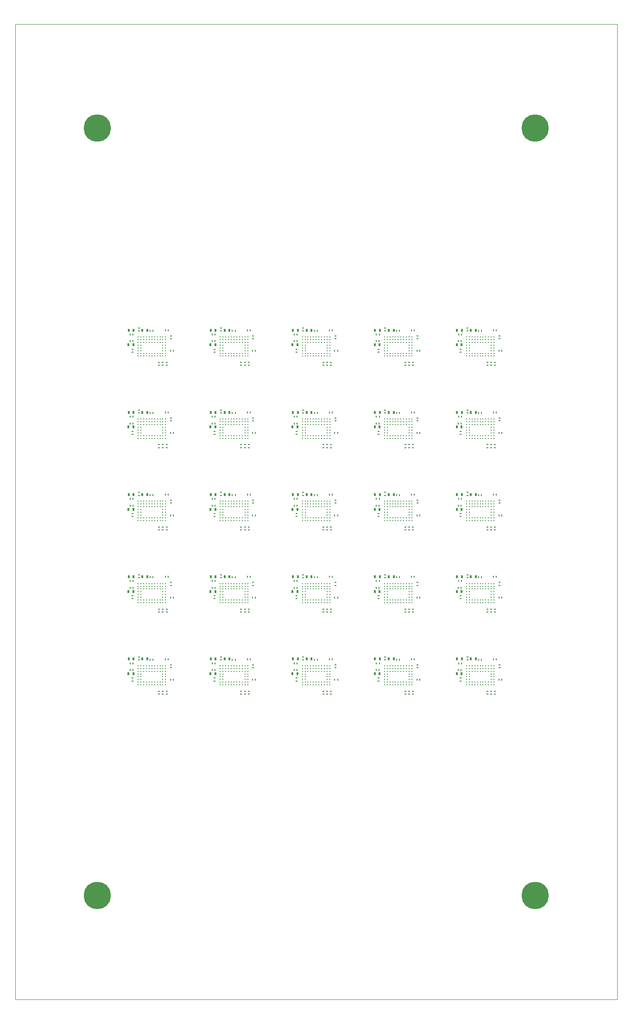
<source format=gbr>
G04 This is an RS-274x file exported by *
G04 gerbv version 2.6A *
G04 More information is available about gerbv at *
G04 http://gerbv.geda-project.org/ *
G04 --End of header info--*
%MOIN*%
%FSLAX34Y34*%
%IPPOS*%
G04 --Define apertures--*
%ADD10C,0.0039*%
%ADD11C,0.0004*%
%ADD12R,0.0197X0.0236*%
%ADD13R,0.0236X0.0197*%
%ADD14R,0.0138X0.0118*%
%ADD15R,0.0098X0.0118*%
%ADD16R,0.0512X0.0276*%
%ADD17R,0.0276X0.0512*%
%ADD18C,0.0091*%
%ADD19C,0.0079*%
%ADD20R,0.0118X0.0138*%
%ADD21R,0.0110X0.0169*%
%ADD22R,0.1063X0.0315*%
%ADD23R,0.0295X0.0315*%
%ADD24R,0.0236X0.0157*%
%ADD25R,0.0169X0.0110*%
%ADD26R,0.0222X0.0089*%
%ADD27R,0.0089X0.0222*%
%ADD28C,0.0866*%
%ADD29C,0.1969*%
%ADD30C,0.0094*%
%ADD31R,0.0110X0.0169*%
%ADD32R,0.0169X0.0110*%
%ADD33R,0.0157X0.0236*%
%ADD34C,0.0394*%
%ADD35C,0.0079*%
%AMMACRO36*
1,1,0.011811,0.006590,0.004863*
1,1,0.011811,0.076987,0.004863*
20,1,0.011811,0.006590,0.004863,0.076987,0.004863,0.000000*
1,1,0.011811,0.124700,0.004863*
1,1,0.011811,0.124700,0.110458*
20,1,0.011811,0.124700,0.004863,0.124700,0.110458,0.000000*
1,1,0.011811,0.124700,0.110458*
1,1,0.011811,0.177498,0.110458*
20,1,0.011811,0.124700,0.110458,0.177498,0.110458,0.000000*
1,1,0.011811,0.177498,0.110458*
1,1,0.011811,0.195097,0.092859*
20,1,0.011811,0.177498,0.110458,0.195097,0.092859,0.000000*
1,1,0.011811,0.195097,0.092859*
1,1,0.011811,0.195097,0.075260*
20,1,0.011811,0.195097,0.092859,0.195097,0.075260,0.000000*
1,1,0.011811,0.195097,0.075260*
1,1,0.011811,0.177498,0.057661*
20,1,0.011811,0.195097,0.075260,0.177498,0.057661,0.000000*
1,1,0.011811,0.177498,0.057661*
1,1,0.011811,0.124700,0.057661*
20,1,0.011811,0.177498,0.057661,0.124700,0.057661,0.000000*
1,1,0.011811,0.242811,0.004863*
1,1,0.011811,0.242811,0.092859*
20,1,0.011811,0.242811,0.004863,0.242811,0.092859,0.000000*
1,1,0.011811,0.242811,0.092859*
1,1,0.011811,0.260410,0.110458*
20,1,0.011811,0.242811,0.092859,0.260410,0.110458,0.000000*
1,1,0.011811,0.260410,0.110458*
1,1,0.011811,0.295608,0.110458*
20,1,0.011811,0.260410,0.110458,0.295608,0.110458,0.000000*
1,1,0.011811,0.295608,0.110458*
1,1,0.011811,0.313207,0.092859*
20,1,0.011811,0.295608,0.110458,0.313207,0.092859,0.000000*
1,1,0.011811,0.313207,0.092859*
1,1,0.011811,0.313207,0.004863*
20,1,0.011811,0.313207,0.092859,0.313207,0.004863,0.000000*
1,1,0.011811,0.242811,0.057661*
1,1,0.011811,0.313207,0.057661*
20,1,0.011811,0.242811,0.057661,0.313207,0.057661,0.000000*
1,1,0.011811,0.360921,0.022462*
1,1,0.011811,0.378520,0.004863*
20,1,0.011811,0.360921,0.022462,0.378520,0.004863,0.000000*
1,1,0.011811,0.378520,0.004863*
1,1,0.011811,0.413718,0.004863*
20,1,0.011811,0.378520,0.004863,0.413718,0.004863,0.000000*
1,1,0.011811,0.413718,0.004863*
1,1,0.011811,0.431318,0.022462*
20,1,0.011811,0.413718,0.004863,0.431318,0.022462,0.000000*
1,1,0.011811,0.431318,0.022462*
1,1,0.011811,0.431318,0.040062*
20,1,0.011811,0.431318,0.022462,0.431318,0.040062,0.000000*
1,1,0.011811,0.431318,0.040062*
1,1,0.011811,0.413718,0.057661*
20,1,0.011811,0.431318,0.040062,0.413718,0.057661,0.000000*
1,1,0.011811,0.413718,0.057661*
1,1,0.011811,0.378520,0.057661*
20,1,0.011811,0.413718,0.057661,0.378520,0.057661,0.000000*
1,1,0.011811,0.378520,0.057661*
1,1,0.011811,0.360921,0.075260*
20,1,0.011811,0.378520,0.057661,0.360921,0.075260,0.000000*
1,1,0.011811,0.360921,0.075260*
1,1,0.011811,0.360921,0.092859*
20,1,0.011811,0.360921,0.075260,0.360921,0.092859,0.000000*
1,1,0.011811,0.360921,0.092859*
1,1,0.011811,0.378520,0.110458*
20,1,0.011811,0.360921,0.092859,0.378520,0.110458,0.000000*
1,1,0.011811,0.378520,0.110458*
1,1,0.011811,0.413718,0.110458*
20,1,0.011811,0.378520,0.110458,0.413718,0.110458,0.000000*
1,1,0.011811,0.413718,0.110458*
1,1,0.011811,0.431318,0.092859*
20,1,0.011811,0.413718,0.110458,0.431318,0.092859,0.000000*
1,1,0.011811,0.479031,0.110458*
1,1,0.011811,0.549428,0.110458*
20,1,0.011811,0.479031,0.110458,0.549428,0.110458,0.000000*
1,1,0.011811,0.514230,0.110458*
1,1,0.011811,0.514230,0.004863*
20,1,0.011811,0.514230,0.110458,0.514230,0.004863,0.000000*
1,1,0.011811,0.597141,0.110458*
1,1,0.011811,0.667538,0.110458*
20,1,0.011811,0.597141,0.110458,0.667538,0.110458,0.000000*
1,1,0.011811,0.597141,0.004863*
1,1,0.011811,0.667538,0.004863*
20,1,0.011811,0.597141,0.004863,0.667538,0.004863,0.000000*
1,1,0.011811,0.597141,0.057661*
1,1,0.011811,0.649939,0.057661*
20,1,0.011811,0.597141,0.057661,0.649939,0.057661,0.000000*
1,1,0.011811,0.597141,0.110458*
1,1,0.011811,0.597141,0.004863*
20,1,0.011811,0.597141,0.110458,0.597141,0.004863,0.000000*
1,1,0.011811,0.715252,0.057661*
1,1,0.011811,0.785648,0.057661*
20,1,0.011811,0.715252,0.057661,0.785648,0.057661,0.000000*
1,1,0.011811,0.833362,0.110458*
1,1,0.011811,0.868560,0.004863*
20,1,0.011811,0.833362,0.110458,0.868560,0.004863,0.000000*
1,1,0.011811,0.868560,0.004863*
1,1,0.011811,0.903759,0.110458*
20,1,0.011811,0.868560,0.004863,0.903759,0.110458,0.000000*
1,1,0.011811,0.951472,0.022462*
1,1,0.011811,0.969071,0.004863*
20,1,0.011811,0.951472,0.022462,0.969071,0.004863,0.000000*
1,1,0.011811,0.969071,0.004863*
1,1,0.011811,1.004270,0.004863*
20,1,0.011811,0.969071,0.004863,1.004270,0.004863,0.000000*
1,1,0.011811,1.004270,0.004863*
1,1,0.011811,1.021869,0.022462*
20,1,0.011811,1.004270,0.004863,1.021869,0.022462,0.000000*
1,1,0.011811,1.021869,0.022462*
1,1,0.011811,1.021869,0.040062*
20,1,0.011811,1.021869,0.022462,1.021869,0.040062,0.000000*
1,1,0.011811,1.021869,0.040062*
1,1,0.011811,1.004270,0.057661*
20,1,0.011811,1.021869,0.040062,1.004270,0.057661,0.000000*
1,1,0.011811,1.004270,0.057661*
1,1,0.011811,0.969071,0.057661*
20,1,0.011811,1.004270,0.057661,0.969071,0.057661,0.000000*
1,1,0.011811,0.969071,0.057661*
1,1,0.011811,0.951472,0.075260*
20,1,0.011811,0.969071,0.057661,0.951472,0.075260,0.000000*
1,1,0.011811,0.951472,0.075260*
1,1,0.011811,0.951472,0.092859*
20,1,0.011811,0.951472,0.075260,0.951472,0.092859,0.000000*
1,1,0.011811,0.951472,0.092859*
1,1,0.011811,0.969071,0.110458*
20,1,0.011811,0.951472,0.092859,0.969071,0.110458,0.000000*
1,1,0.011811,0.969071,0.110458*
1,1,0.011811,1.004270,0.110458*
20,1,0.011811,0.969071,0.110458,1.004270,0.110458,0.000000*
1,1,0.011811,1.004270,0.110458*
1,1,0.011811,1.021869,0.092859*
20,1,0.011811,1.004270,0.110458,1.021869,0.092859,0.000000*
1,1,0.011811,1.187693,0.110458*
1,1,0.011811,1.187693,0.004863*
20,1,0.011811,1.187693,0.110458,1.187693,0.004863,0.000000*
1,1,0.011811,1.187693,0.004863*
1,1,0.011811,1.258089,0.004863*
20,1,0.011811,1.187693,0.004863,1.258089,0.004863,0.000000*
1,1,0.011811,1.305803,-0.012736*
1,1,0.011811,1.305803,0.057661*
20,1,0.011811,1.305803,-0.012736,1.305803,0.057661,0.000000*
1,1,0.011811,1.305803,0.057661*
1,1,0.011811,1.323402,0.075260*
20,1,0.011811,1.305803,0.057661,1.323402,0.075260,0.000000*
1,1,0.011811,1.323402,0.075260*
1,1,0.011811,1.358600,0.075260*
20,1,0.011811,1.323402,0.075260,1.358600,0.075260,0.000000*
1,1,0.011811,1.358600,0.075260*
1,1,0.011811,1.376200,0.057661*
20,1,0.011811,1.358600,0.075260,1.376200,0.057661,0.000000*
1,1,0.011811,1.376200,0.057661*
1,1,0.011811,1.376200,0.040062*
20,1,0.011811,1.376200,0.057661,1.376200,0.040062,0.000000*
1,1,0.011811,1.376200,0.040062*
1,1,0.011811,1.358600,0.022462*
20,1,0.011811,1.376200,0.040062,1.358600,0.022462,0.000000*
1,1,0.011811,1.358600,0.022462*
1,1,0.011811,1.305803,0.022462*
20,1,0.011811,1.358600,0.022462,1.305803,0.022462,0.000000*
1,1,0.011811,1.559622,0.110458*
1,1,0.011811,1.594821,0.110458*
20,1,0.011811,1.559622,0.110458,1.594821,0.110458,0.000000*
1,1,0.011811,1.559622,0.004863*
1,1,0.011811,1.594821,0.004863*
20,1,0.011811,1.559622,0.004863,1.594821,0.004863,0.000000*
1,1,0.011811,1.577222,0.110458*
1,1,0.011811,1.577222,0.004863*
20,1,0.011811,1.577222,0.110458,1.577222,0.004863,0.000000*
1,1,0.011811,1.660133,0.004863*
1,1,0.011811,1.660133,0.110458*
20,1,0.011811,1.660133,0.004863,1.660133,0.110458,0.000000*
1,1,0.011811,1.660133,0.110458*
1,1,0.011811,1.695332,0.057661*
20,1,0.011811,1.660133,0.110458,1.695332,0.057661,0.000000*
1,1,0.011811,1.695332,0.057661*
1,1,0.011811,1.730530,0.110458*
20,1,0.011811,1.695332,0.057661,1.730530,0.110458,0.000000*
1,1,0.011811,1.730530,0.110458*
1,1,0.011811,1.730530,0.004863*
20,1,0.011811,1.730530,0.110458,1.730530,0.004863,0.000000*
1,1,0.011811,1.778244,0.004863*
1,1,0.011811,1.778244,0.092859*
20,1,0.011811,1.778244,0.004863,1.778244,0.092859,0.000000*
1,1,0.011811,1.778244,0.092859*
1,1,0.011811,1.795843,0.110458*
20,1,0.011811,1.778244,0.092859,1.795843,0.110458,0.000000*
1,1,0.011811,1.795843,0.110458*
1,1,0.011811,1.831041,0.110458*
20,1,0.011811,1.795843,0.110458,1.831041,0.110458,0.000000*
1,1,0.011811,1.831041,0.110458*
1,1,0.011811,1.848641,0.092859*
20,1,0.011811,1.831041,0.110458,1.848641,0.092859,0.000000*
1,1,0.011811,1.848641,0.092859*
1,1,0.011811,1.848641,0.004863*
20,1,0.011811,1.848641,0.092859,1.848641,0.004863,0.000000*
1,1,0.011811,1.778244,0.057661*
1,1,0.011811,1.848641,0.057661*
20,1,0.011811,1.778244,0.057661,1.848641,0.057661,0.000000*
1,1,0.011811,1.913953,0.110458*
1,1,0.011811,1.966751,0.110458*
20,1,0.011811,1.913953,0.110458,1.966751,0.110458,0.000000*
1,1,0.011811,1.913953,0.110458*
1,1,0.011811,1.896354,0.092859*
20,1,0.011811,1.913953,0.110458,1.896354,0.092859,0.000000*
1,1,0.011811,1.896354,0.092859*
1,1,0.011811,1.896354,0.022462*
20,1,0.011811,1.896354,0.092859,1.896354,0.022462,0.000000*
1,1,0.011811,1.896354,0.022462*
1,1,0.011811,1.913953,0.004863*
20,1,0.011811,1.896354,0.022462,1.913953,0.004863,0.000000*
1,1,0.011811,1.913953,0.004863*
1,1,0.011811,1.966751,0.004863*
20,1,0.011811,1.913953,0.004863,1.966751,0.004863,0.000000*
1,1,0.011811,1.966751,0.004863*
1,1,0.011811,1.966751,0.057661*
20,1,0.011811,1.966751,0.004863,1.966751,0.057661,0.000000*
1,1,0.011811,1.966751,0.057661*
1,1,0.011811,1.949152,0.057661*
20,1,0.011811,1.966751,0.057661,1.949152,0.057661,0.000000*
1,1,0.011811,2.014464,0.110458*
1,1,0.011811,2.084861,0.110458*
20,1,0.011811,2.014464,0.110458,2.084861,0.110458,0.000000*
1,1,0.011811,2.014464,0.004863*
1,1,0.011811,2.084861,0.004863*
20,1,0.011811,2.014464,0.004863,2.084861,0.004863,0.000000*
1,1,0.011811,2.014464,0.057661*
1,1,0.011811,2.067262,0.057661*
20,1,0.011811,2.014464,0.057661,2.067262,0.057661,0.000000*
1,1,0.011811,2.014464,0.110458*
1,1,0.011811,2.014464,0.004863*
20,1,0.011811,2.014464,0.110458,2.014464,0.004863,0.000000*
1,1,0.011811,2.132574,0.110458*
1,1,0.011811,2.185372,0.110458*
20,1,0.011811,2.132574,0.110458,2.185372,0.110458,0.000000*
1,1,0.011811,2.185372,0.110458*
1,1,0.011811,2.202971,0.092859*
20,1,0.011811,2.185372,0.110458,2.202971,0.092859,0.000000*
1,1,0.011811,2.202971,0.092859*
1,1,0.011811,2.202971,0.075260*
20,1,0.011811,2.202971,0.092859,2.202971,0.075260,0.000000*
1,1,0.011811,2.202971,0.075260*
1,1,0.011811,2.185372,0.057661*
20,1,0.011811,2.202971,0.075260,2.185372,0.057661,0.000000*
1,1,0.011811,2.185372,0.057661*
1,1,0.011811,2.202971,0.040062*
20,1,0.011811,2.185372,0.057661,2.202971,0.040062,0.000000*
1,1,0.011811,2.202971,0.040062*
1,1,0.011811,2.202971,0.022462*
20,1,0.011811,2.202971,0.040062,2.202971,0.022462,0.000000*
1,1,0.011811,2.202971,0.022462*
1,1,0.011811,2.185372,0.004863*
20,1,0.011811,2.202971,0.022462,2.185372,0.004863,0.000000*
1,1,0.011811,2.185372,0.004863*
1,1,0.011811,2.132574,0.004863*
20,1,0.011811,2.185372,0.004863,2.132574,0.004863,0.000000*
1,1,0.011811,2.150174,0.004863*
1,1,0.011811,2.150174,0.110458*
20,1,0.011811,2.150174,0.004863,2.150174,0.110458,0.000000*
1,1,0.011811,2.150174,0.057661*
1,1,0.011811,2.185372,0.057661*
20,1,0.011811,2.150174,0.057661,2.185372,0.057661,0.000000*
1,1,0.011811,2.250685,0.022462*
1,1,0.011811,2.250685,0.092859*
20,1,0.011811,2.250685,0.022462,2.250685,0.092859,0.000000*
1,1,0.011811,2.250685,0.092859*
1,1,0.011811,2.268284,0.110458*
20,1,0.011811,2.250685,0.092859,2.268284,0.110458,0.000000*
1,1,0.011811,2.268284,0.110458*
1,1,0.011811,2.303482,0.110458*
20,1,0.011811,2.268284,0.110458,2.303482,0.110458,0.000000*
1,1,0.011811,2.303482,0.110458*
1,1,0.011811,2.321082,0.092859*
20,1,0.011811,2.303482,0.110458,2.321082,0.092859,0.000000*
1,1,0.011811,2.321082,0.092859*
1,1,0.011811,2.321082,0.022462*
20,1,0.011811,2.321082,0.092859,2.321082,0.022462,0.000000*
1,1,0.011811,2.321082,0.022462*
1,1,0.011811,2.303482,0.004863*
20,1,0.011811,2.321082,0.022462,2.303482,0.004863,0.000000*
1,1,0.011811,2.303482,0.004863*
1,1,0.011811,2.268284,0.004863*
20,1,0.011811,2.303482,0.004863,2.268284,0.004863,0.000000*
1,1,0.011811,2.268284,0.004863*
1,1,0.011811,2.250685,0.022462*
20,1,0.011811,2.268284,0.004863,2.250685,0.022462,0.000000*
1,1,0.011811,2.368795,0.004863*
1,1,0.011811,2.368795,0.092859*
20,1,0.011811,2.368795,0.004863,2.368795,0.092859,0.000000*
1,1,0.011811,2.368795,0.092859*
1,1,0.011811,2.386394,0.110458*
20,1,0.011811,2.368795,0.092859,2.386394,0.110458,0.000000*
1,1,0.011811,2.386394,0.110458*
1,1,0.011811,2.421593,0.110458*
20,1,0.011811,2.386394,0.110458,2.421593,0.110458,0.000000*
1,1,0.011811,2.421593,0.110458*
1,1,0.011811,2.439192,0.092859*
20,1,0.011811,2.421593,0.110458,2.439192,0.092859,0.000000*
1,1,0.011811,2.439192,0.092859*
1,1,0.011811,2.439192,0.004863*
20,1,0.011811,2.439192,0.092859,2.439192,0.004863,0.000000*
1,1,0.011811,2.368795,0.057661*
1,1,0.011811,2.439192,0.057661*
20,1,0.011811,2.368795,0.057661,2.439192,0.057661,0.000000*
1,1,0.011811,2.486905,0.004863*
1,1,0.011811,2.486905,0.110458*
20,1,0.011811,2.486905,0.004863,2.486905,0.110458,0.000000*
1,1,0.011811,2.486905,0.110458*
1,1,0.011811,2.539703,0.110458*
20,1,0.011811,2.486905,0.110458,2.539703,0.110458,0.000000*
1,1,0.011811,2.539703,0.110458*
1,1,0.011811,2.557302,0.092859*
20,1,0.011811,2.539703,0.110458,2.557302,0.092859,0.000000*
1,1,0.011811,2.557302,0.092859*
1,1,0.011811,2.557302,0.075260*
20,1,0.011811,2.557302,0.092859,2.557302,0.075260,0.000000*
1,1,0.011811,2.557302,0.075260*
1,1,0.011811,2.539703,0.057661*
20,1,0.011811,2.557302,0.075260,2.539703,0.057661,0.000000*
1,1,0.011811,2.539703,0.057661*
1,1,0.011811,2.486905,0.057661*
20,1,0.011811,2.539703,0.057661,2.486905,0.057661,0.000000*
1,1,0.011811,2.504504,0.057661*
1,1,0.011811,2.557302,0.004863*
20,1,0.011811,2.504504,0.057661,2.557302,0.004863,0.000000*
1,1,0.011811,2.605015,0.110458*
1,1,0.011811,2.657813,0.110458*
20,1,0.011811,2.605015,0.110458,2.657813,0.110458,0.000000*
1,1,0.011811,2.657813,0.110458*
1,1,0.011811,2.675412,0.092859*
20,1,0.011811,2.657813,0.110458,2.675412,0.092859,0.000000*
1,1,0.011811,2.675412,0.092859*
1,1,0.011811,2.675412,0.022462*
20,1,0.011811,2.675412,0.092859,2.675412,0.022462,0.000000*
1,1,0.011811,2.675412,0.022462*
1,1,0.011811,2.657813,0.004863*
20,1,0.011811,2.675412,0.022462,2.657813,0.004863,0.000000*
1,1,0.011811,2.657813,0.004863*
1,1,0.011811,2.605015,0.004863*
20,1,0.011811,2.657813,0.004863,2.605015,0.004863,0.000000*
1,1,0.011811,2.622615,0.004863*
1,1,0.011811,2.622615,0.110458*
20,1,0.011811,2.622615,0.004863,2.622615,0.110458,0.000000*
1,1,0.011811,2.841236,0.110458*
1,1,0.011811,2.876434,0.004863*
20,1,0.011811,2.841236,0.110458,2.876434,0.004863,0.000000*
1,1,0.011811,2.876434,0.004863*
1,1,0.011811,2.911633,0.110458*
20,1,0.011811,2.876434,0.004863,2.911633,0.110458,0.000000*
1,1,0.011811,2.976945,0.092859*
1,1,0.011811,2.994545,0.110458*
20,1,0.011811,2.976945,0.092859,2.994545,0.110458,0.000000*
1,1,0.011811,2.994545,0.110458*
1,1,0.011811,2.994545,0.004863*
20,1,0.011811,2.994545,0.110458,2.994545,0.004863,0.000000*
1,1,0.011811,2.976945,0.004863*
1,1,0.011811,3.012144,0.004863*
20,1,0.011811,2.976945,0.004863,3.012144,0.004863,0.000000*
1,1,0.011811,3.121454,0.013663*
1,1,0.011811,3.195566,0.022462*
1,1,0.011811,3.213166,0.004863*
20,1,0.011811,3.195566,0.022462,3.213166,0.004863,0.000000*
1,1,0.011811,3.213166,0.004863*
1,1,0.011811,3.248364,0.004863*
20,1,0.011811,3.213166,0.004863,3.248364,0.004863,0.000000*
1,1,0.011811,3.248364,0.004863*
1,1,0.011811,3.265963,0.022462*
20,1,0.011811,3.248364,0.004863,3.265963,0.022462,0.000000*
1,1,0.011811,3.265963,0.022462*
1,1,0.011811,3.265963,0.092859*
20,1,0.011811,3.265963,0.022462,3.265963,0.092859,0.000000*
1,1,0.011811,3.265963,0.092859*
1,1,0.011811,3.248364,0.110458*
20,1,0.011811,3.265963,0.092859,3.248364,0.110458,0.000000*
1,1,0.011811,3.248364,0.110458*
1,1,0.011811,3.213166,0.110458*
20,1,0.011811,3.248364,0.110458,3.213166,0.110458,0.000000*
1,1,0.011811,3.213166,0.110458*
1,1,0.011811,3.195566,0.092859*
20,1,0.011811,3.213166,0.110458,3.195566,0.092859,0.000000*
1,1,0.011811,3.195566,0.092859*
1,1,0.011811,3.195566,0.022462*
20,1,0.011811,3.195566,0.092859,3.195566,0.022462,0.000000*
1,1,0.011811,3.195566,0.022462*
1,1,0.011811,3.265963,0.092859*
20,1,0.011811,3.195566,0.022462,3.265963,0.092859,0.000000*
1,1,0.011811,3.431787,0.022462*
1,1,0.011811,3.502184,0.092859*
20,1,0.011811,3.431787,0.022462,3.502184,0.092859,0.000000*
1,1,0.011811,3.720805,0.004863*
1,1,0.011811,3.720805,0.110458*
20,1,0.011811,3.720805,0.004863,3.720805,0.110458,0.000000*
1,1,0.011811,3.720805,0.110458*
1,1,0.011811,3.668007,0.040062*
20,1,0.011811,3.720805,0.110458,3.668007,0.040062,0.000000*
1,1,0.011811,3.668007,0.040062*
1,1,0.011811,3.738404,0.040062*
20,1,0.011811,3.668007,0.040062,3.738404,0.040062,0.000000*
1,1,0.011811,3.786118,0.004863*
1,1,0.011811,3.821316,0.004863*
20,1,0.011811,3.786118,0.004863,3.821316,0.004863,0.000000*
1,1,0.011811,3.821316,0.004863*
1,1,0.011811,3.856514,0.040062*
20,1,0.011811,3.821316,0.004863,3.856514,0.040062,0.000000*
1,1,0.011811,3.856514,0.040062*
1,1,0.011811,3.856514,0.092859*
20,1,0.011811,3.856514,0.040062,3.856514,0.092859,0.000000*
1,1,0.011811,3.856514,0.092859*
1,1,0.011811,3.838915,0.110458*
20,1,0.011811,3.856514,0.092859,3.838915,0.110458,0.000000*
1,1,0.011811,3.838915,0.110458*
1,1,0.011811,3.803717,0.110458*
20,1,0.011811,3.838915,0.110458,3.803717,0.110458,0.000000*
1,1,0.011811,3.803717,0.110458*
1,1,0.011811,3.786118,0.092859*
20,1,0.011811,3.803717,0.110458,3.786118,0.092859,0.000000*
1,1,0.011811,3.786118,0.092859*
1,1,0.011811,3.786118,0.075260*
20,1,0.011811,3.786118,0.092859,3.786118,0.075260,0.000000*
1,1,0.011811,3.786118,0.075260*
1,1,0.011811,3.803717,0.057661*
20,1,0.011811,3.786118,0.075260,3.803717,0.057661,0.000000*
1,1,0.011811,3.803717,0.057661*
1,1,0.011811,3.856514,0.057661*
20,1,0.011811,3.803717,0.057661,3.856514,0.057661,0.000000*
1,1,0.011811,3.904228,0.004863*
1,1,0.011811,3.939426,0.004863*
20,1,0.011811,3.904228,0.004863,3.939426,0.004863,0.000000*
1,1,0.011811,3.939426,0.004863*
1,1,0.011811,3.974625,0.040062*
20,1,0.011811,3.939426,0.004863,3.974625,0.040062,0.000000*
1,1,0.011811,3.974625,0.040062*
1,1,0.011811,3.974625,0.092859*
20,1,0.011811,3.974625,0.040062,3.974625,0.092859,0.000000*
1,1,0.011811,3.974625,0.092859*
1,1,0.011811,3.957026,0.110458*
20,1,0.011811,3.974625,0.092859,3.957026,0.110458,0.000000*
1,1,0.011811,3.957026,0.110458*
1,1,0.011811,3.921827,0.110458*
20,1,0.011811,3.957026,0.110458,3.921827,0.110458,0.000000*
1,1,0.011811,3.921827,0.110458*
1,1,0.011811,3.904228,0.092859*
20,1,0.011811,3.921827,0.110458,3.904228,0.092859,0.000000*
1,1,0.011811,3.904228,0.092859*
1,1,0.011811,3.904228,0.075260*
20,1,0.011811,3.904228,0.092859,3.904228,0.075260,0.000000*
1,1,0.011811,3.904228,0.075260*
1,1,0.011811,3.921827,0.057661*
20,1,0.011811,3.904228,0.075260,3.921827,0.057661,0.000000*
1,1,0.011811,3.921827,0.057661*
1,1,0.011811,3.974625,0.057661*
20,1,0.011811,3.921827,0.057661,3.974625,0.057661,0.000000*
1,1,0.011811,4.039937,0.092859*
1,1,0.011811,4.057537,0.110458*
20,1,0.011811,4.039937,0.092859,4.057537,0.110458,0.000000*
1,1,0.011811,4.057537,0.110458*
1,1,0.011811,4.057537,0.004863*
20,1,0.011811,4.057537,0.110458,4.057537,0.004863,0.000000*
1,1,0.011811,4.039937,0.004863*
1,1,0.011811,4.075136,0.004863*
20,1,0.011811,4.039937,0.004863,4.075136,0.004863,0.000000*
1,1,0.011811,4.140448,0.110458*
1,1,0.011811,4.210845,0.110458*
20,1,0.011811,4.140448,0.110458,4.210845,0.110458,0.000000*
1,1,0.011811,4.210845,0.110458*
1,1,0.011811,4.210845,0.075260*
20,1,0.011811,4.210845,0.110458,4.210845,0.075260,0.000000*
1,1,0.011811,4.210845,0.075260*
1,1,0.011811,4.193246,0.057661*
20,1,0.011811,4.210845,0.075260,4.193246,0.057661,0.000000*
1,1,0.011811,4.193246,0.057661*
1,1,0.011811,4.175647,0.057661*
20,1,0.011811,4.193246,0.057661,4.175647,0.057661,0.000000*
1,1,0.011811,4.193246,0.057661*
1,1,0.011811,4.210845,0.040062*
20,1,0.011811,4.193246,0.057661,4.210845,0.040062,0.000000*
1,1,0.011811,4.210845,0.040062*
1,1,0.011811,4.210845,0.022462*
20,1,0.011811,4.210845,0.040062,4.210845,0.022462,0.000000*
1,1,0.011811,4.210845,0.022462*
1,1,0.011811,4.193246,0.004863*
20,1,0.011811,4.210845,0.022462,4.193246,0.004863,0.000000*
1,1,0.011811,4.193246,0.004863*
1,1,0.011811,4.158048,0.004863*
20,1,0.011811,4.193246,0.004863,4.158048,0.004863,0.000000*
1,1,0.011811,4.158048,0.004863*
1,1,0.011811,4.140448,0.022462*
20,1,0.011811,4.158048,0.004863,4.140448,0.022462,0.000000*
1,1,0.011811,4.311356,0.004863*
1,1,0.011811,4.311356,0.110458*
20,1,0.011811,4.311356,0.004863,4.311356,0.110458,0.000000*
1,1,0.011811,4.311356,0.110458*
1,1,0.011811,4.258559,0.040062*
20,1,0.011811,4.311356,0.110458,4.258559,0.040062,0.000000*
1,1,0.011811,4.258559,0.040062*
1,1,0.011811,4.328955,0.040062*
20,1,0.011811,4.258559,0.040062,4.328955,0.040062,0.000000*
1,1,0.011811,4.376669,0.004863*
1,1,0.011811,4.376669,0.110458*
20,1,0.011811,4.376669,0.004863,4.376669,0.110458,0.000000*
1,1,0.011811,4.376669,0.110458*
1,1,0.011811,4.411867,0.057661*
20,1,0.011811,4.376669,0.110458,4.411867,0.057661,0.000000*
1,1,0.011811,4.411867,0.057661*
1,1,0.011811,4.447066,0.110458*
20,1,0.011811,4.411867,0.057661,4.447066,0.110458,0.000000*
1,1,0.011811,4.447066,0.110458*
1,1,0.011811,4.447066,0.004863*
20,1,0.011811,4.447066,0.110458,4.447066,0.004863,0.000000*
1,1,0.011811,4.494779,0.110458*
1,1,0.011811,4.529978,0.057661*
20,1,0.011811,4.494779,0.110458,4.529978,0.057661,0.000000*
1,1,0.011811,4.529978,0.057661*
1,1,0.011811,4.565176,0.110458*
20,1,0.011811,4.529978,0.057661,4.565176,0.110458,0.000000*
1,1,0.011811,4.529978,0.057661*
1,1,0.011811,4.529978,0.004863*
20,1,0.011811,4.529978,0.057661,4.529978,0.004863,0.000000*
%
%ADD36MACRO36*%
G04 --Start main section--*
G54D11*
G01X-003937Y0052756D02*
G01X0039370Y0052756D01*
G01X-003937Y-017323D02*
G01X0039370Y-017323D01*
G01X0039370Y-017323D02*
G01X0039370Y0052756D01*
G01X-003937Y-017323D02*
G01X-003937Y0052756D01*
G54D29*
G01X0001969Y0045276D03*
G01X0033465Y0045276D03*
G01X0033465Y-009843D03*
G01X0001969Y-009843D03*
G01X0000000Y0000000D02*
G54D30*
G01X0006693Y0006069D03*
G01X0006693Y0005880D03*
G01X0006693Y0005679D03*
G01X0004921Y0005482D03*
G01X0005118Y0005482D03*
G01X0005315Y0005482D03*
G01X0005512Y0005482D03*
G01X0005709Y0005482D03*
G01X0005906Y0005482D03*
G01X0006102Y0005482D03*
G01X0006299Y0005482D03*
G01X0006496Y0005482D03*
G01X0006693Y0005482D03*
G01X0006890Y0005482D03*
G01X0006890Y0005285D03*
G01X0006693Y0005285D03*
G01X0006496Y0005285D03*
G01X0006299Y0005285D03*
G01X0006102Y0005285D03*
G01X0005906Y0005285D03*
G01X0005709Y0005285D03*
G01X0005512Y0005285D03*
G01X0005315Y0005285D03*
G01X0005118Y0005285D03*
G01X0004921Y0005285D03*
G01X0006890Y0005679D03*
G01X0006890Y0005880D03*
G01X0006890Y0006069D03*
G01X0004921Y0006069D03*
G01X0005118Y0006069D03*
G01X0005118Y0005880D03*
G01X0004921Y0005880D03*
G01X0004921Y0005679D03*
G01X0005118Y0005679D03*
G01X0006890Y0006270D03*
G01X0006693Y0006270D03*
G01X0006496Y0006270D03*
G01X0006299Y0006270D03*
G01X0006102Y0006270D03*
G01X0005906Y0006270D03*
G01X0005709Y0006270D03*
G01X0005512Y0006270D03*
G01X0005315Y0006270D03*
G01X0005118Y0006270D03*
G01X0004921Y0006270D03*
G01X0004921Y0006467D03*
G01X0005118Y0006467D03*
G01X0005315Y0006467D03*
G01X0005512Y0006467D03*
G01X0005709Y0006467D03*
G01X0005906Y0006467D03*
G01X0006102Y0006467D03*
G01X0006299Y0006467D03*
G01X0006496Y0006467D03*
G01X0006693Y0006467D03*
G01X0006890Y0006467D03*
G01X0006890Y0006663D03*
G01X0006693Y0006663D03*
G01X0006496Y0006663D03*
G01X0006299Y0006663D03*
G01X0006102Y0006663D03*
G01X0005906Y0006663D03*
G01X0005709Y0006663D03*
G01X0005512Y0006663D03*
G01X0005315Y0006663D03*
G01X0005118Y0006663D03*
G01X0004921Y0006663D03*
G54D31*
G01X0007248Y0005657D03*
G01X0007453Y0005657D03*
G54D32*
G01X0006693Y0004827D03*
G01X0006693Y0004622D03*
G01X0006969Y0004827D03*
G01X0006969Y0004622D03*
G54D31*
G01X0004539Y0006354D03*
G01X0004335Y0006354D03*
G01X0004547Y0006835D03*
G01X0004343Y0006835D03*
G54D32*
G01X0007288Y0006530D03*
G01X0007288Y0006734D03*
G54D31*
G01X0005992Y0007102D03*
G01X0005787Y0007102D03*
G54D32*
G01X0004974Y0007092D03*
G01X0004974Y0007296D03*
G01X0006417Y0004827D03*
G01X0006417Y0004622D03*
G54D31*
G01X0006864Y0007139D03*
G01X0007069Y0007139D03*
G54D32*
G01X0004500Y0005571D03*
G01X0004500Y0005776D03*
G54D33*
G01X0004567Y0006091D03*
G01X0004213Y0006091D03*
G01X0005224Y0007150D03*
G01X0005579Y0007150D03*
G01X0004588Y0007142D03*
G01X0004233Y0007142D03*
G54D30*
G01X0006693Y0011974D03*
G01X0006693Y0011785D03*
G01X0006693Y0011585D03*
G01X0004921Y0011388D03*
G01X0005118Y0011388D03*
G01X0005315Y0011388D03*
G01X0005512Y0011388D03*
G01X0005709Y0011388D03*
G01X0005906Y0011388D03*
G01X0006102Y0011388D03*
G01X0006299Y0011388D03*
G01X0006496Y0011388D03*
G01X0006693Y0011388D03*
G01X0006890Y0011388D03*
G01X0006890Y0011191D03*
G01X0006693Y0011191D03*
G01X0006496Y0011191D03*
G01X0006299Y0011191D03*
G01X0006102Y0011191D03*
G01X0005906Y0011191D03*
G01X0005709Y0011191D03*
G01X0005512Y0011191D03*
G01X0005315Y0011191D03*
G01X0005118Y0011191D03*
G01X0004921Y0011191D03*
G01X0006890Y0011585D03*
G01X0006890Y0011785D03*
G01X0006890Y0011974D03*
G01X0004921Y0011974D03*
G01X0005118Y0011974D03*
G01X0005118Y0011785D03*
G01X0004921Y0011785D03*
G01X0004921Y0011585D03*
G01X0005118Y0011585D03*
G01X0006890Y0012175D03*
G01X0006693Y0012175D03*
G01X0006496Y0012175D03*
G01X0006299Y0012175D03*
G01X0006102Y0012175D03*
G01X0005906Y0012175D03*
G01X0005709Y0012175D03*
G01X0005512Y0012175D03*
G01X0005315Y0012175D03*
G01X0005118Y0012175D03*
G01X0004921Y0012175D03*
G01X0004921Y0012372D03*
G01X0005118Y0012372D03*
G01X0005315Y0012372D03*
G01X0005512Y0012372D03*
G01X0005709Y0012372D03*
G01X0005906Y0012372D03*
G01X0006102Y0012372D03*
G01X0006299Y0012372D03*
G01X0006496Y0012372D03*
G01X0006693Y0012372D03*
G01X0006890Y0012372D03*
G01X0006890Y0012569D03*
G01X0006693Y0012569D03*
G01X0006496Y0012569D03*
G01X0006299Y0012569D03*
G01X0006102Y0012569D03*
G01X0005906Y0012569D03*
G01X0005709Y0012569D03*
G01X0005512Y0012569D03*
G01X0005315Y0012569D03*
G01X0005118Y0012569D03*
G01X0004921Y0012569D03*
G54D31*
G01X0007248Y0011563D03*
G01X0007453Y0011563D03*
G54D32*
G01X0006693Y0010732D03*
G01X0006693Y0010528D03*
G01X0006969Y0010732D03*
G01X0006969Y0010528D03*
G54D31*
G01X0004539Y0012260D03*
G01X0004335Y0012260D03*
G01X0004547Y0012740D03*
G01X0004343Y0012740D03*
G54D32*
G01X0007288Y0012435D03*
G01X0007288Y0012640D03*
G54D31*
G01X0005992Y0013008D03*
G01X0005787Y0013008D03*
G54D32*
G01X0004974Y0012997D03*
G01X0004974Y0013202D03*
G01X0006417Y0010732D03*
G01X0006417Y0010528D03*
G54D31*
G01X0006864Y0013045D03*
G01X0007069Y0013045D03*
G54D32*
G01X0004500Y0011476D03*
G01X0004500Y0011681D03*
G54D33*
G01X0004567Y0011996D03*
G01X0004213Y0011996D03*
G01X0005224Y0013055D03*
G01X0005579Y0013055D03*
G01X0004588Y0013047D03*
G01X0004233Y0013047D03*
G54D30*
G01X0006693Y0017880D03*
G01X0006693Y0017691D03*
G01X0006693Y0017490D03*
G01X0004921Y0017293D03*
G01X0005118Y0017293D03*
G01X0005315Y0017293D03*
G01X0005512Y0017293D03*
G01X0005709Y0017293D03*
G01X0005906Y0017293D03*
G01X0006102Y0017293D03*
G01X0006299Y0017293D03*
G01X0006496Y0017293D03*
G01X0006693Y0017293D03*
G01X0006890Y0017293D03*
G01X0006890Y0017096D03*
G01X0006693Y0017096D03*
G01X0006496Y0017096D03*
G01X0006299Y0017096D03*
G01X0006102Y0017096D03*
G01X0005906Y0017096D03*
G01X0005709Y0017096D03*
G01X0005512Y0017096D03*
G01X0005315Y0017096D03*
G01X0005118Y0017096D03*
G01X0004921Y0017096D03*
G01X0006890Y0017490D03*
G01X0006890Y0017691D03*
G01X0006890Y0017880D03*
G01X0004921Y0017880D03*
G01X0005118Y0017880D03*
G01X0005118Y0017691D03*
G01X0004921Y0017691D03*
G01X0004921Y0017490D03*
G01X0005118Y0017490D03*
G01X0006890Y0018081D03*
G01X0006693Y0018081D03*
G01X0006496Y0018081D03*
G01X0006299Y0018081D03*
G01X0006102Y0018081D03*
G01X0005906Y0018081D03*
G01X0005709Y0018081D03*
G01X0005512Y0018081D03*
G01X0005315Y0018081D03*
G01X0005118Y0018081D03*
G01X0004921Y0018081D03*
G01X0004921Y0018278D03*
G01X0005118Y0018278D03*
G01X0005315Y0018278D03*
G01X0005512Y0018278D03*
G01X0005709Y0018278D03*
G01X0005906Y0018278D03*
G01X0006102Y0018278D03*
G01X0006299Y0018278D03*
G01X0006496Y0018278D03*
G01X0006693Y0018278D03*
G01X0006890Y0018278D03*
G01X0006890Y0018474D03*
G01X0006693Y0018474D03*
G01X0006496Y0018474D03*
G01X0006299Y0018474D03*
G01X0006102Y0018474D03*
G01X0005906Y0018474D03*
G01X0005709Y0018474D03*
G01X0005512Y0018474D03*
G01X0005315Y0018474D03*
G01X0005118Y0018474D03*
G01X0004921Y0018474D03*
G54D31*
G01X0007248Y0017469D03*
G01X0007453Y0017469D03*
G54D32*
G01X0006693Y0016638D03*
G01X0006693Y0016433D03*
G01X0006969Y0016638D03*
G01X0006969Y0016433D03*
G54D31*
G01X0004539Y0018165D03*
G01X0004335Y0018165D03*
G01X0004547Y0018646D03*
G01X0004343Y0018646D03*
G54D32*
G01X0007288Y0018341D03*
G01X0007288Y0018545D03*
G54D31*
G01X0005992Y0018913D03*
G01X0005787Y0018913D03*
G54D32*
G01X0004974Y0018903D03*
G01X0004974Y0019107D03*
G01X0006417Y0016638D03*
G01X0006417Y0016433D03*
G54D31*
G01X0006864Y0018950D03*
G01X0007069Y0018950D03*
G54D32*
G01X0004500Y0017382D03*
G01X0004500Y0017587D03*
G54D33*
G01X0004567Y0017902D03*
G01X0004213Y0017902D03*
G01X0005224Y0018961D03*
G01X0005579Y0018961D03*
G01X0004588Y0018953D03*
G01X0004233Y0018953D03*
G54D30*
G01X0006693Y0023785D03*
G01X0006693Y0023596D03*
G01X0006693Y0023396D03*
G01X0004921Y0023199D03*
G01X0005118Y0023199D03*
G01X0005315Y0023199D03*
G01X0005512Y0023199D03*
G01X0005709Y0023199D03*
G01X0005906Y0023199D03*
G01X0006102Y0023199D03*
G01X0006299Y0023199D03*
G01X0006496Y0023199D03*
G01X0006693Y0023199D03*
G01X0006890Y0023199D03*
G01X0006890Y0023002D03*
G01X0006693Y0023002D03*
G01X0006496Y0023002D03*
G01X0006299Y0023002D03*
G01X0006102Y0023002D03*
G01X0005906Y0023002D03*
G01X0005709Y0023002D03*
G01X0005512Y0023002D03*
G01X0005315Y0023002D03*
G01X0005118Y0023002D03*
G01X0004921Y0023002D03*
G01X0006890Y0023396D03*
G01X0006890Y0023596D03*
G01X0006890Y0023785D03*
G01X0004921Y0023785D03*
G01X0005118Y0023785D03*
G01X0005118Y0023596D03*
G01X0004921Y0023596D03*
G01X0004921Y0023396D03*
G01X0005118Y0023396D03*
G01X0006890Y0023986D03*
G01X0006693Y0023986D03*
G01X0006496Y0023986D03*
G01X0006299Y0023986D03*
G01X0006102Y0023986D03*
G01X0005906Y0023986D03*
G01X0005709Y0023986D03*
G01X0005512Y0023986D03*
G01X0005315Y0023986D03*
G01X0005118Y0023986D03*
G01X0004921Y0023986D03*
G01X0004921Y0024183D03*
G01X0005118Y0024183D03*
G01X0005315Y0024183D03*
G01X0005512Y0024183D03*
G01X0005709Y0024183D03*
G01X0005906Y0024183D03*
G01X0006102Y0024183D03*
G01X0006299Y0024183D03*
G01X0006496Y0024183D03*
G01X0006693Y0024183D03*
G01X0006890Y0024183D03*
G01X0006890Y0024380D03*
G01X0006693Y0024380D03*
G01X0006496Y0024380D03*
G01X0006299Y0024380D03*
G01X0006102Y0024380D03*
G01X0005906Y0024380D03*
G01X0005709Y0024380D03*
G01X0005512Y0024380D03*
G01X0005315Y0024380D03*
G01X0005118Y0024380D03*
G01X0004921Y0024380D03*
G54D31*
G01X0007248Y0023374D03*
G01X0007453Y0023374D03*
G54D32*
G01X0006693Y0022543D03*
G01X0006693Y0022339D03*
G01X0006969Y0022543D03*
G01X0006969Y0022339D03*
G54D31*
G01X0004539Y0024071D03*
G01X0004335Y0024071D03*
G01X0004547Y0024551D03*
G01X0004343Y0024551D03*
G54D32*
G01X0007288Y0024246D03*
G01X0007288Y0024451D03*
G54D31*
G01X0005992Y0024819D03*
G01X0005787Y0024819D03*
G54D32*
G01X0004974Y0024808D03*
G01X0004974Y0025013D03*
G01X0006417Y0022543D03*
G01X0006417Y0022339D03*
G54D31*
G01X0006864Y0024856D03*
G01X0007069Y0024856D03*
G54D32*
G01X0004500Y0023287D03*
G01X0004500Y0023492D03*
G54D33*
G01X0004567Y0023807D03*
G01X0004213Y0023807D03*
G01X0005224Y0024866D03*
G01X0005579Y0024866D03*
G01X0004588Y0024858D03*
G01X0004233Y0024858D03*
G54D30*
G01X0006693Y0029691D03*
G01X0006693Y0029502D03*
G01X0006693Y0029301D03*
G01X0004921Y0029104D03*
G01X0005118Y0029104D03*
G01X0005315Y0029104D03*
G01X0005512Y0029104D03*
G01X0005709Y0029104D03*
G01X0005906Y0029104D03*
G01X0006102Y0029104D03*
G01X0006299Y0029104D03*
G01X0006496Y0029104D03*
G01X0006693Y0029104D03*
G01X0006890Y0029104D03*
G01X0006890Y0028907D03*
G01X0006693Y0028907D03*
G01X0006496Y0028907D03*
G01X0006299Y0028907D03*
G01X0006102Y0028907D03*
G01X0005906Y0028907D03*
G01X0005709Y0028907D03*
G01X0005512Y0028907D03*
G01X0005315Y0028907D03*
G01X0005118Y0028907D03*
G01X0004921Y0028907D03*
G01X0006890Y0029301D03*
G01X0006890Y0029502D03*
G01X0006890Y0029691D03*
G01X0004921Y0029691D03*
G01X0005118Y0029691D03*
G01X0005118Y0029502D03*
G01X0004921Y0029502D03*
G01X0004921Y0029301D03*
G01X0005118Y0029301D03*
G01X0006890Y0029892D03*
G01X0006693Y0029892D03*
G01X0006496Y0029892D03*
G01X0006299Y0029892D03*
G01X0006102Y0029892D03*
G01X0005906Y0029892D03*
G01X0005709Y0029892D03*
G01X0005512Y0029892D03*
G01X0005315Y0029892D03*
G01X0005118Y0029892D03*
G01X0004921Y0029892D03*
G01X0004921Y0030089D03*
G01X0005118Y0030089D03*
G01X0005315Y0030089D03*
G01X0005512Y0030089D03*
G01X0005709Y0030089D03*
G01X0005906Y0030089D03*
G01X0006102Y0030089D03*
G01X0006299Y0030089D03*
G01X0006496Y0030089D03*
G01X0006693Y0030089D03*
G01X0006890Y0030089D03*
G01X0006890Y0030285D03*
G01X0006693Y0030285D03*
G01X0006496Y0030285D03*
G01X0006299Y0030285D03*
G01X0006102Y0030285D03*
G01X0005906Y0030285D03*
G01X0005709Y0030285D03*
G01X0005512Y0030285D03*
G01X0005315Y0030285D03*
G01X0005118Y0030285D03*
G01X0004921Y0030285D03*
G54D31*
G01X0007248Y0029280D03*
G01X0007453Y0029280D03*
G54D32*
G01X0006693Y0028449D03*
G01X0006693Y0028244D03*
G01X0006969Y0028449D03*
G01X0006969Y0028244D03*
G54D31*
G01X0004539Y0029976D03*
G01X0004335Y0029976D03*
G01X0004547Y0030457D03*
G01X0004343Y0030457D03*
G54D32*
G01X0007288Y0030152D03*
G01X0007288Y0030356D03*
G54D31*
G01X0005992Y0030724D03*
G01X0005787Y0030724D03*
G54D32*
G01X0004974Y0030714D03*
G01X0004974Y0030918D03*
G01X0006417Y0028449D03*
G01X0006417Y0028244D03*
G54D31*
G01X0006864Y0030761D03*
G01X0007069Y0030761D03*
G54D32*
G01X0004500Y0029193D03*
G01X0004500Y0029398D03*
G54D33*
G01X0004567Y0029713D03*
G01X0004213Y0029713D03*
G01X0005224Y0030772D03*
G01X0005579Y0030772D03*
G01X0004588Y0030764D03*
G01X0004233Y0030764D03*
G54D30*
G01X0012598Y0006069D03*
G01X0012598Y0005880D03*
G01X0012598Y0005679D03*
G01X0010827Y0005482D03*
G01X0011024Y0005482D03*
G01X0011220Y0005482D03*
G01X0011417Y0005482D03*
G01X0011614Y0005482D03*
G01X0011811Y0005482D03*
G01X0012008Y0005482D03*
G01X0012205Y0005482D03*
G01X0012402Y0005482D03*
G01X0012598Y0005482D03*
G01X0012795Y0005482D03*
G01X0012795Y0005285D03*
G01X0012598Y0005285D03*
G01X0012402Y0005285D03*
G01X0012205Y0005285D03*
G01X0012008Y0005285D03*
G01X0011811Y0005285D03*
G01X0011614Y0005285D03*
G01X0011417Y0005285D03*
G01X0011220Y0005285D03*
G01X0011024Y0005285D03*
G01X0010827Y0005285D03*
G01X0012795Y0005679D03*
G01X0012795Y0005880D03*
G01X0012795Y0006069D03*
G01X0010827Y0006069D03*
G01X0011024Y0006069D03*
G01X0011024Y0005880D03*
G01X0010827Y0005880D03*
G01X0010827Y0005679D03*
G01X0011024Y0005679D03*
G01X0012795Y0006270D03*
G01X0012598Y0006270D03*
G01X0012402Y0006270D03*
G01X0012205Y0006270D03*
G01X0012008Y0006270D03*
G01X0011811Y0006270D03*
G01X0011614Y0006270D03*
G01X0011417Y0006270D03*
G01X0011220Y0006270D03*
G01X0011024Y0006270D03*
G01X0010827Y0006270D03*
G01X0010827Y0006467D03*
G01X0011024Y0006467D03*
G01X0011220Y0006467D03*
G01X0011417Y0006467D03*
G01X0011614Y0006467D03*
G01X0011811Y0006467D03*
G01X0012008Y0006467D03*
G01X0012205Y0006467D03*
G01X0012402Y0006467D03*
G01X0012598Y0006467D03*
G01X0012795Y0006467D03*
G01X0012795Y0006663D03*
G01X0012598Y0006663D03*
G01X0012402Y0006663D03*
G01X0012205Y0006663D03*
G01X0012008Y0006663D03*
G01X0011811Y0006663D03*
G01X0011614Y0006663D03*
G01X0011417Y0006663D03*
G01X0011220Y0006663D03*
G01X0011024Y0006663D03*
G01X0010827Y0006663D03*
G54D31*
G01X0013154Y0005657D03*
G01X0013358Y0005657D03*
G54D32*
G01X0012598Y0004827D03*
G01X0012598Y0004622D03*
G01X0012874Y0004827D03*
G01X0012874Y0004622D03*
G54D31*
G01X0010445Y0006354D03*
G01X0010240Y0006354D03*
G01X0010453Y0006835D03*
G01X0010248Y0006835D03*
G54D32*
G01X0013194Y0006530D03*
G01X0013194Y0006734D03*
G54D31*
G01X0011898Y0007102D03*
G01X0011693Y0007102D03*
G54D32*
G01X0010880Y0007092D03*
G01X0010880Y0007296D03*
G01X0012323Y0004827D03*
G01X0012323Y0004622D03*
G54D31*
G01X0012770Y0007139D03*
G01X0012975Y0007139D03*
G54D32*
G01X0010406Y0005571D03*
G01X0010406Y0005776D03*
G54D33*
G01X0010472Y0006091D03*
G01X0010118Y0006091D03*
G01X0011130Y0007150D03*
G01X0011484Y0007150D03*
G01X0010493Y0007142D03*
G01X0010139Y0007142D03*
G54D30*
G01X0012598Y0011974D03*
G01X0012598Y0011785D03*
G01X0012598Y0011585D03*
G01X0010827Y0011388D03*
G01X0011024Y0011388D03*
G01X0011220Y0011388D03*
G01X0011417Y0011388D03*
G01X0011614Y0011388D03*
G01X0011811Y0011388D03*
G01X0012008Y0011388D03*
G01X0012205Y0011388D03*
G01X0012402Y0011388D03*
G01X0012598Y0011388D03*
G01X0012795Y0011388D03*
G01X0012795Y0011191D03*
G01X0012598Y0011191D03*
G01X0012402Y0011191D03*
G01X0012205Y0011191D03*
G01X0012008Y0011191D03*
G01X0011811Y0011191D03*
G01X0011614Y0011191D03*
G01X0011417Y0011191D03*
G01X0011220Y0011191D03*
G01X0011024Y0011191D03*
G01X0010827Y0011191D03*
G01X0012795Y0011585D03*
G01X0012795Y0011785D03*
G01X0012795Y0011974D03*
G01X0010827Y0011974D03*
G01X0011024Y0011974D03*
G01X0011024Y0011785D03*
G01X0010827Y0011785D03*
G01X0010827Y0011585D03*
G01X0011024Y0011585D03*
G01X0012795Y0012175D03*
G01X0012598Y0012175D03*
G01X0012402Y0012175D03*
G01X0012205Y0012175D03*
G01X0012008Y0012175D03*
G01X0011811Y0012175D03*
G01X0011614Y0012175D03*
G01X0011417Y0012175D03*
G01X0011220Y0012175D03*
G01X0011024Y0012175D03*
G01X0010827Y0012175D03*
G01X0010827Y0012372D03*
G01X0011024Y0012372D03*
G01X0011220Y0012372D03*
G01X0011417Y0012372D03*
G01X0011614Y0012372D03*
G01X0011811Y0012372D03*
G01X0012008Y0012372D03*
G01X0012205Y0012372D03*
G01X0012402Y0012372D03*
G01X0012598Y0012372D03*
G01X0012795Y0012372D03*
G01X0012795Y0012569D03*
G01X0012598Y0012569D03*
G01X0012402Y0012569D03*
G01X0012205Y0012569D03*
G01X0012008Y0012569D03*
G01X0011811Y0012569D03*
G01X0011614Y0012569D03*
G01X0011417Y0012569D03*
G01X0011220Y0012569D03*
G01X0011024Y0012569D03*
G01X0010827Y0012569D03*
G54D31*
G01X0013154Y0011563D03*
G01X0013358Y0011563D03*
G54D32*
G01X0012598Y0010732D03*
G01X0012598Y0010528D03*
G01X0012874Y0010732D03*
G01X0012874Y0010528D03*
G54D31*
G01X0010445Y0012260D03*
G01X0010240Y0012260D03*
G01X0010453Y0012740D03*
G01X0010248Y0012740D03*
G54D32*
G01X0013194Y0012435D03*
G01X0013194Y0012640D03*
G54D31*
G01X0011898Y0013008D03*
G01X0011693Y0013008D03*
G54D32*
G01X0010880Y0012997D03*
G01X0010880Y0013202D03*
G01X0012323Y0010732D03*
G01X0012323Y0010528D03*
G54D31*
G01X0012770Y0013045D03*
G01X0012975Y0013045D03*
G54D32*
G01X0010406Y0011476D03*
G01X0010406Y0011681D03*
G54D33*
G01X0010472Y0011996D03*
G01X0010118Y0011996D03*
G01X0011130Y0013055D03*
G01X0011484Y0013055D03*
G01X0010493Y0013047D03*
G01X0010139Y0013047D03*
G54D30*
G01X0012598Y0017880D03*
G01X0012598Y0017691D03*
G01X0012598Y0017490D03*
G01X0010827Y0017293D03*
G01X0011024Y0017293D03*
G01X0011220Y0017293D03*
G01X0011417Y0017293D03*
G01X0011614Y0017293D03*
G01X0011811Y0017293D03*
G01X0012008Y0017293D03*
G01X0012205Y0017293D03*
G01X0012402Y0017293D03*
G01X0012598Y0017293D03*
G01X0012795Y0017293D03*
G01X0012795Y0017096D03*
G01X0012598Y0017096D03*
G01X0012402Y0017096D03*
G01X0012205Y0017096D03*
G01X0012008Y0017096D03*
G01X0011811Y0017096D03*
G01X0011614Y0017096D03*
G01X0011417Y0017096D03*
G01X0011220Y0017096D03*
G01X0011024Y0017096D03*
G01X0010827Y0017096D03*
G01X0012795Y0017490D03*
G01X0012795Y0017691D03*
G01X0012795Y0017880D03*
G01X0010827Y0017880D03*
G01X0011024Y0017880D03*
G01X0011024Y0017691D03*
G01X0010827Y0017691D03*
G01X0010827Y0017490D03*
G01X0011024Y0017490D03*
G01X0012795Y0018081D03*
G01X0012598Y0018081D03*
G01X0012402Y0018081D03*
G01X0012205Y0018081D03*
G01X0012008Y0018081D03*
G01X0011811Y0018081D03*
G01X0011614Y0018081D03*
G01X0011417Y0018081D03*
G01X0011220Y0018081D03*
G01X0011024Y0018081D03*
G01X0010827Y0018081D03*
G01X0010827Y0018278D03*
G01X0011024Y0018278D03*
G01X0011220Y0018278D03*
G01X0011417Y0018278D03*
G01X0011614Y0018278D03*
G01X0011811Y0018278D03*
G01X0012008Y0018278D03*
G01X0012205Y0018278D03*
G01X0012402Y0018278D03*
G01X0012598Y0018278D03*
G01X0012795Y0018278D03*
G01X0012795Y0018474D03*
G01X0012598Y0018474D03*
G01X0012402Y0018474D03*
G01X0012205Y0018474D03*
G01X0012008Y0018474D03*
G01X0011811Y0018474D03*
G01X0011614Y0018474D03*
G01X0011417Y0018474D03*
G01X0011220Y0018474D03*
G01X0011024Y0018474D03*
G01X0010827Y0018474D03*
G54D31*
G01X0013154Y0017469D03*
G01X0013358Y0017469D03*
G54D32*
G01X0012598Y0016638D03*
G01X0012598Y0016433D03*
G01X0012874Y0016638D03*
G01X0012874Y0016433D03*
G54D31*
G01X0010445Y0018165D03*
G01X0010240Y0018165D03*
G01X0010453Y0018646D03*
G01X0010248Y0018646D03*
G54D32*
G01X0013194Y0018341D03*
G01X0013194Y0018545D03*
G54D31*
G01X0011898Y0018913D03*
G01X0011693Y0018913D03*
G54D32*
G01X0010880Y0018903D03*
G01X0010880Y0019107D03*
G01X0012323Y0016638D03*
G01X0012323Y0016433D03*
G54D31*
G01X0012770Y0018950D03*
G01X0012975Y0018950D03*
G54D32*
G01X0010406Y0017382D03*
G01X0010406Y0017587D03*
G54D33*
G01X0010472Y0017902D03*
G01X0010118Y0017902D03*
G01X0011130Y0018961D03*
G01X0011484Y0018961D03*
G01X0010493Y0018953D03*
G01X0010139Y0018953D03*
G54D30*
G01X0012598Y0023785D03*
G01X0012598Y0023596D03*
G01X0012598Y0023396D03*
G01X0010827Y0023199D03*
G01X0011024Y0023199D03*
G01X0011220Y0023199D03*
G01X0011417Y0023199D03*
G01X0011614Y0023199D03*
G01X0011811Y0023199D03*
G01X0012008Y0023199D03*
G01X0012205Y0023199D03*
G01X0012402Y0023199D03*
G01X0012598Y0023199D03*
G01X0012795Y0023199D03*
G01X0012795Y0023002D03*
G01X0012598Y0023002D03*
G01X0012402Y0023002D03*
G01X0012205Y0023002D03*
G01X0012008Y0023002D03*
G01X0011811Y0023002D03*
G01X0011614Y0023002D03*
G01X0011417Y0023002D03*
G01X0011220Y0023002D03*
G01X0011024Y0023002D03*
G01X0010827Y0023002D03*
G01X0012795Y0023396D03*
G01X0012795Y0023596D03*
G01X0012795Y0023785D03*
G01X0010827Y0023785D03*
G01X0011024Y0023785D03*
G01X0011024Y0023596D03*
G01X0010827Y0023596D03*
G01X0010827Y0023396D03*
G01X0011024Y0023396D03*
G01X0012795Y0023986D03*
G01X0012598Y0023986D03*
G01X0012402Y0023986D03*
G01X0012205Y0023986D03*
G01X0012008Y0023986D03*
G01X0011811Y0023986D03*
G01X0011614Y0023986D03*
G01X0011417Y0023986D03*
G01X0011220Y0023986D03*
G01X0011024Y0023986D03*
G01X0010827Y0023986D03*
G01X0010827Y0024183D03*
G01X0011024Y0024183D03*
G01X0011220Y0024183D03*
G01X0011417Y0024183D03*
G01X0011614Y0024183D03*
G01X0011811Y0024183D03*
G01X0012008Y0024183D03*
G01X0012205Y0024183D03*
G01X0012402Y0024183D03*
G01X0012598Y0024183D03*
G01X0012795Y0024183D03*
G01X0012795Y0024380D03*
G01X0012598Y0024380D03*
G01X0012402Y0024380D03*
G01X0012205Y0024380D03*
G01X0012008Y0024380D03*
G01X0011811Y0024380D03*
G01X0011614Y0024380D03*
G01X0011417Y0024380D03*
G01X0011220Y0024380D03*
G01X0011024Y0024380D03*
G01X0010827Y0024380D03*
G54D31*
G01X0013154Y0023374D03*
G01X0013358Y0023374D03*
G54D32*
G01X0012598Y0022543D03*
G01X0012598Y0022339D03*
G01X0012874Y0022543D03*
G01X0012874Y0022339D03*
G54D31*
G01X0010445Y0024071D03*
G01X0010240Y0024071D03*
G01X0010453Y0024551D03*
G01X0010248Y0024551D03*
G54D32*
G01X0013194Y0024246D03*
G01X0013194Y0024451D03*
G54D31*
G01X0011898Y0024819D03*
G01X0011693Y0024819D03*
G54D32*
G01X0010880Y0024808D03*
G01X0010880Y0025013D03*
G01X0012323Y0022543D03*
G01X0012323Y0022339D03*
G54D31*
G01X0012770Y0024856D03*
G01X0012975Y0024856D03*
G54D32*
G01X0010406Y0023287D03*
G01X0010406Y0023492D03*
G54D33*
G01X0010472Y0023807D03*
G01X0010118Y0023807D03*
G01X0011130Y0024866D03*
G01X0011484Y0024866D03*
G01X0010493Y0024858D03*
G01X0010139Y0024858D03*
G54D30*
G01X0012598Y0029691D03*
G01X0012598Y0029502D03*
G01X0012598Y0029301D03*
G01X0010827Y0029104D03*
G01X0011024Y0029104D03*
G01X0011220Y0029104D03*
G01X0011417Y0029104D03*
G01X0011614Y0029104D03*
G01X0011811Y0029104D03*
G01X0012008Y0029104D03*
G01X0012205Y0029104D03*
G01X0012402Y0029104D03*
G01X0012598Y0029104D03*
G01X0012795Y0029104D03*
G01X0012795Y0028907D03*
G01X0012598Y0028907D03*
G01X0012402Y0028907D03*
G01X0012205Y0028907D03*
G01X0012008Y0028907D03*
G01X0011811Y0028907D03*
G01X0011614Y0028907D03*
G01X0011417Y0028907D03*
G01X0011220Y0028907D03*
G01X0011024Y0028907D03*
G01X0010827Y0028907D03*
G01X0012795Y0029301D03*
G01X0012795Y0029502D03*
G01X0012795Y0029691D03*
G01X0010827Y0029691D03*
G01X0011024Y0029691D03*
G01X0011024Y0029502D03*
G01X0010827Y0029502D03*
G01X0010827Y0029301D03*
G01X0011024Y0029301D03*
G01X0012795Y0029892D03*
G01X0012598Y0029892D03*
G01X0012402Y0029892D03*
G01X0012205Y0029892D03*
G01X0012008Y0029892D03*
G01X0011811Y0029892D03*
G01X0011614Y0029892D03*
G01X0011417Y0029892D03*
G01X0011220Y0029892D03*
G01X0011024Y0029892D03*
G01X0010827Y0029892D03*
G01X0010827Y0030089D03*
G01X0011024Y0030089D03*
G01X0011220Y0030089D03*
G01X0011417Y0030089D03*
G01X0011614Y0030089D03*
G01X0011811Y0030089D03*
G01X0012008Y0030089D03*
G01X0012205Y0030089D03*
G01X0012402Y0030089D03*
G01X0012598Y0030089D03*
G01X0012795Y0030089D03*
G01X0012795Y0030285D03*
G01X0012598Y0030285D03*
G01X0012402Y0030285D03*
G01X0012205Y0030285D03*
G01X0012008Y0030285D03*
G01X0011811Y0030285D03*
G01X0011614Y0030285D03*
G01X0011417Y0030285D03*
G01X0011220Y0030285D03*
G01X0011024Y0030285D03*
G01X0010827Y0030285D03*
G54D31*
G01X0013154Y0029280D03*
G01X0013358Y0029280D03*
G54D32*
G01X0012598Y0028449D03*
G01X0012598Y0028244D03*
G01X0012874Y0028449D03*
G01X0012874Y0028244D03*
G54D31*
G01X0010445Y0029976D03*
G01X0010240Y0029976D03*
G01X0010453Y0030457D03*
G01X0010248Y0030457D03*
G54D32*
G01X0013194Y0030152D03*
G01X0013194Y0030356D03*
G54D31*
G01X0011898Y0030724D03*
G01X0011693Y0030724D03*
G54D32*
G01X0010880Y0030714D03*
G01X0010880Y0030918D03*
G01X0012323Y0028449D03*
G01X0012323Y0028244D03*
G54D31*
G01X0012770Y0030761D03*
G01X0012975Y0030761D03*
G54D32*
G01X0010406Y0029193D03*
G01X0010406Y0029398D03*
G54D33*
G01X0010472Y0029713D03*
G01X0010118Y0029713D03*
G01X0011130Y0030772D03*
G01X0011484Y0030772D03*
G01X0010493Y0030764D03*
G01X0010139Y0030764D03*
G54D30*
G01X0018504Y0006069D03*
G01X0018504Y0005880D03*
G01X0018504Y0005679D03*
G01X0016732Y0005482D03*
G01X0016929Y0005482D03*
G01X0017126Y0005482D03*
G01X0017323Y0005482D03*
G01X0017520Y0005482D03*
G01X0017717Y0005482D03*
G01X0017913Y0005482D03*
G01X0018110Y0005482D03*
G01X0018307Y0005482D03*
G01X0018504Y0005482D03*
G01X0018701Y0005482D03*
G01X0018701Y0005285D03*
G01X0018504Y0005285D03*
G01X0018307Y0005285D03*
G01X0018110Y0005285D03*
G01X0017913Y0005285D03*
G01X0017717Y0005285D03*
G01X0017520Y0005285D03*
G01X0017323Y0005285D03*
G01X0017126Y0005285D03*
G01X0016929Y0005285D03*
G01X0016732Y0005285D03*
G01X0018701Y0005679D03*
G01X0018701Y0005880D03*
G01X0018701Y0006069D03*
G01X0016732Y0006069D03*
G01X0016929Y0006069D03*
G01X0016929Y0005880D03*
G01X0016732Y0005880D03*
G01X0016732Y0005679D03*
G01X0016929Y0005679D03*
G01X0018701Y0006270D03*
G01X0018504Y0006270D03*
G01X0018307Y0006270D03*
G01X0018110Y0006270D03*
G01X0017913Y0006270D03*
G01X0017717Y0006270D03*
G01X0017520Y0006270D03*
G01X0017323Y0006270D03*
G01X0017126Y0006270D03*
G01X0016929Y0006270D03*
G01X0016732Y0006270D03*
G01X0016732Y0006467D03*
G01X0016929Y0006467D03*
G01X0017126Y0006467D03*
G01X0017323Y0006467D03*
G01X0017520Y0006467D03*
G01X0017717Y0006467D03*
G01X0017913Y0006467D03*
G01X0018110Y0006467D03*
G01X0018307Y0006467D03*
G01X0018504Y0006467D03*
G01X0018701Y0006467D03*
G01X0018701Y0006663D03*
G01X0018504Y0006663D03*
G01X0018307Y0006663D03*
G01X0018110Y0006663D03*
G01X0017913Y0006663D03*
G01X0017717Y0006663D03*
G01X0017520Y0006663D03*
G01X0017323Y0006663D03*
G01X0017126Y0006663D03*
G01X0016929Y0006663D03*
G01X0016732Y0006663D03*
G54D31*
G01X0019059Y0005657D03*
G01X0019264Y0005657D03*
G54D32*
G01X0018504Y0004827D03*
G01X0018504Y0004622D03*
G01X0018780Y0004827D03*
G01X0018780Y0004622D03*
G54D31*
G01X0016350Y0006354D03*
G01X0016146Y0006354D03*
G01X0016358Y0006835D03*
G01X0016154Y0006835D03*
G54D32*
G01X0019099Y0006530D03*
G01X0019099Y0006734D03*
G54D31*
G01X0017803Y0007102D03*
G01X0017598Y0007102D03*
G54D32*
G01X0016785Y0007092D03*
G01X0016785Y0007296D03*
G01X0018228Y0004827D03*
G01X0018228Y0004622D03*
G54D31*
G01X0018675Y0007139D03*
G01X0018880Y0007139D03*
G54D32*
G01X0016311Y0005571D03*
G01X0016311Y0005776D03*
G54D33*
G01X0016378Y0006091D03*
G01X0016024Y0006091D03*
G01X0017035Y0007150D03*
G01X0017390Y0007150D03*
G01X0016399Y0007142D03*
G01X0016044Y0007142D03*
G54D30*
G01X0018504Y0011974D03*
G01X0018504Y0011785D03*
G01X0018504Y0011585D03*
G01X0016732Y0011388D03*
G01X0016929Y0011388D03*
G01X0017126Y0011388D03*
G01X0017323Y0011388D03*
G01X0017520Y0011388D03*
G01X0017717Y0011388D03*
G01X0017913Y0011388D03*
G01X0018110Y0011388D03*
G01X0018307Y0011388D03*
G01X0018504Y0011388D03*
G01X0018701Y0011388D03*
G01X0018701Y0011191D03*
G01X0018504Y0011191D03*
G01X0018307Y0011191D03*
G01X0018110Y0011191D03*
G01X0017913Y0011191D03*
G01X0017717Y0011191D03*
G01X0017520Y0011191D03*
G01X0017323Y0011191D03*
G01X0017126Y0011191D03*
G01X0016929Y0011191D03*
G01X0016732Y0011191D03*
G01X0018701Y0011585D03*
G01X0018701Y0011785D03*
G01X0018701Y0011974D03*
G01X0016732Y0011974D03*
G01X0016929Y0011974D03*
G01X0016929Y0011785D03*
G01X0016732Y0011785D03*
G01X0016732Y0011585D03*
G01X0016929Y0011585D03*
G01X0018701Y0012175D03*
G01X0018504Y0012175D03*
G01X0018307Y0012175D03*
G01X0018110Y0012175D03*
G01X0017913Y0012175D03*
G01X0017717Y0012175D03*
G01X0017520Y0012175D03*
G01X0017323Y0012175D03*
G01X0017126Y0012175D03*
G01X0016929Y0012175D03*
G01X0016732Y0012175D03*
G01X0016732Y0012372D03*
G01X0016929Y0012372D03*
G01X0017126Y0012372D03*
G01X0017323Y0012372D03*
G01X0017520Y0012372D03*
G01X0017717Y0012372D03*
G01X0017913Y0012372D03*
G01X0018110Y0012372D03*
G01X0018307Y0012372D03*
G01X0018504Y0012372D03*
G01X0018701Y0012372D03*
G01X0018701Y0012569D03*
G01X0018504Y0012569D03*
G01X0018307Y0012569D03*
G01X0018110Y0012569D03*
G01X0017913Y0012569D03*
G01X0017717Y0012569D03*
G01X0017520Y0012569D03*
G01X0017323Y0012569D03*
G01X0017126Y0012569D03*
G01X0016929Y0012569D03*
G01X0016732Y0012569D03*
G54D31*
G01X0019059Y0011563D03*
G01X0019264Y0011563D03*
G54D32*
G01X0018504Y0010732D03*
G01X0018504Y0010528D03*
G01X0018780Y0010732D03*
G01X0018780Y0010528D03*
G54D31*
G01X0016350Y0012260D03*
G01X0016146Y0012260D03*
G01X0016358Y0012740D03*
G01X0016154Y0012740D03*
G54D32*
G01X0019099Y0012435D03*
G01X0019099Y0012640D03*
G54D31*
G01X0017803Y0013008D03*
G01X0017598Y0013008D03*
G54D32*
G01X0016785Y0012997D03*
G01X0016785Y0013202D03*
G01X0018228Y0010732D03*
G01X0018228Y0010528D03*
G54D31*
G01X0018675Y0013045D03*
G01X0018880Y0013045D03*
G54D32*
G01X0016311Y0011476D03*
G01X0016311Y0011681D03*
G54D33*
G01X0016378Y0011996D03*
G01X0016024Y0011996D03*
G01X0017035Y0013055D03*
G01X0017390Y0013055D03*
G01X0016399Y0013047D03*
G01X0016044Y0013047D03*
G54D30*
G01X0018504Y0017880D03*
G01X0018504Y0017691D03*
G01X0018504Y0017490D03*
G01X0016732Y0017293D03*
G01X0016929Y0017293D03*
G01X0017126Y0017293D03*
G01X0017323Y0017293D03*
G01X0017520Y0017293D03*
G01X0017717Y0017293D03*
G01X0017913Y0017293D03*
G01X0018110Y0017293D03*
G01X0018307Y0017293D03*
G01X0018504Y0017293D03*
G01X0018701Y0017293D03*
G01X0018701Y0017096D03*
G01X0018504Y0017096D03*
G01X0018307Y0017096D03*
G01X0018110Y0017096D03*
G01X0017913Y0017096D03*
G01X0017717Y0017096D03*
G01X0017520Y0017096D03*
G01X0017323Y0017096D03*
G01X0017126Y0017096D03*
G01X0016929Y0017096D03*
G01X0016732Y0017096D03*
G01X0018701Y0017490D03*
G01X0018701Y0017691D03*
G01X0018701Y0017880D03*
G01X0016732Y0017880D03*
G01X0016929Y0017880D03*
G01X0016929Y0017691D03*
G01X0016732Y0017691D03*
G01X0016732Y0017490D03*
G01X0016929Y0017490D03*
G01X0018701Y0018081D03*
G01X0018504Y0018081D03*
G01X0018307Y0018081D03*
G01X0018110Y0018081D03*
G01X0017913Y0018081D03*
G01X0017717Y0018081D03*
G01X0017520Y0018081D03*
G01X0017323Y0018081D03*
G01X0017126Y0018081D03*
G01X0016929Y0018081D03*
G01X0016732Y0018081D03*
G01X0016732Y0018278D03*
G01X0016929Y0018278D03*
G01X0017126Y0018278D03*
G01X0017323Y0018278D03*
G01X0017520Y0018278D03*
G01X0017717Y0018278D03*
G01X0017913Y0018278D03*
G01X0018110Y0018278D03*
G01X0018307Y0018278D03*
G01X0018504Y0018278D03*
G01X0018701Y0018278D03*
G01X0018701Y0018474D03*
G01X0018504Y0018474D03*
G01X0018307Y0018474D03*
G01X0018110Y0018474D03*
G01X0017913Y0018474D03*
G01X0017717Y0018474D03*
G01X0017520Y0018474D03*
G01X0017323Y0018474D03*
G01X0017126Y0018474D03*
G01X0016929Y0018474D03*
G01X0016732Y0018474D03*
G54D31*
G01X0019059Y0017469D03*
G01X0019264Y0017469D03*
G54D32*
G01X0018504Y0016638D03*
G01X0018504Y0016433D03*
G01X0018780Y0016638D03*
G01X0018780Y0016433D03*
G54D31*
G01X0016350Y0018165D03*
G01X0016146Y0018165D03*
G01X0016358Y0018646D03*
G01X0016154Y0018646D03*
G54D32*
G01X0019099Y0018341D03*
G01X0019099Y0018545D03*
G54D31*
G01X0017803Y0018913D03*
G01X0017598Y0018913D03*
G54D32*
G01X0016785Y0018903D03*
G01X0016785Y0019107D03*
G01X0018228Y0016638D03*
G01X0018228Y0016433D03*
G54D31*
G01X0018675Y0018950D03*
G01X0018880Y0018950D03*
G54D32*
G01X0016311Y0017382D03*
G01X0016311Y0017587D03*
G54D33*
G01X0016378Y0017902D03*
G01X0016024Y0017902D03*
G01X0017035Y0018961D03*
G01X0017390Y0018961D03*
G01X0016399Y0018953D03*
G01X0016044Y0018953D03*
G54D30*
G01X0018504Y0023785D03*
G01X0018504Y0023596D03*
G01X0018504Y0023396D03*
G01X0016732Y0023199D03*
G01X0016929Y0023199D03*
G01X0017126Y0023199D03*
G01X0017323Y0023199D03*
G01X0017520Y0023199D03*
G01X0017717Y0023199D03*
G01X0017913Y0023199D03*
G01X0018110Y0023199D03*
G01X0018307Y0023199D03*
G01X0018504Y0023199D03*
G01X0018701Y0023199D03*
G01X0018701Y0023002D03*
G01X0018504Y0023002D03*
G01X0018307Y0023002D03*
G01X0018110Y0023002D03*
G01X0017913Y0023002D03*
G01X0017717Y0023002D03*
G01X0017520Y0023002D03*
G01X0017323Y0023002D03*
G01X0017126Y0023002D03*
G01X0016929Y0023002D03*
G01X0016732Y0023002D03*
G01X0018701Y0023396D03*
G01X0018701Y0023596D03*
G01X0018701Y0023785D03*
G01X0016732Y0023785D03*
G01X0016929Y0023785D03*
G01X0016929Y0023596D03*
G01X0016732Y0023596D03*
G01X0016732Y0023396D03*
G01X0016929Y0023396D03*
G01X0018701Y0023986D03*
G01X0018504Y0023986D03*
G01X0018307Y0023986D03*
G01X0018110Y0023986D03*
G01X0017913Y0023986D03*
G01X0017717Y0023986D03*
G01X0017520Y0023986D03*
G01X0017323Y0023986D03*
G01X0017126Y0023986D03*
G01X0016929Y0023986D03*
G01X0016732Y0023986D03*
G01X0016732Y0024183D03*
G01X0016929Y0024183D03*
G01X0017126Y0024183D03*
G01X0017323Y0024183D03*
G01X0017520Y0024183D03*
G01X0017717Y0024183D03*
G01X0017913Y0024183D03*
G01X0018110Y0024183D03*
G01X0018307Y0024183D03*
G01X0018504Y0024183D03*
G01X0018701Y0024183D03*
G01X0018701Y0024380D03*
G01X0018504Y0024380D03*
G01X0018307Y0024380D03*
G01X0018110Y0024380D03*
G01X0017913Y0024380D03*
G01X0017717Y0024380D03*
G01X0017520Y0024380D03*
G01X0017323Y0024380D03*
G01X0017126Y0024380D03*
G01X0016929Y0024380D03*
G01X0016732Y0024380D03*
G54D31*
G01X0019059Y0023374D03*
G01X0019264Y0023374D03*
G54D32*
G01X0018504Y0022543D03*
G01X0018504Y0022339D03*
G01X0018780Y0022543D03*
G01X0018780Y0022339D03*
G54D31*
G01X0016350Y0024071D03*
G01X0016146Y0024071D03*
G01X0016358Y0024551D03*
G01X0016154Y0024551D03*
G54D32*
G01X0019099Y0024246D03*
G01X0019099Y0024451D03*
G54D31*
G01X0017803Y0024819D03*
G01X0017598Y0024819D03*
G54D32*
G01X0016785Y0024808D03*
G01X0016785Y0025013D03*
G01X0018228Y0022543D03*
G01X0018228Y0022339D03*
G54D31*
G01X0018675Y0024856D03*
G01X0018880Y0024856D03*
G54D32*
G01X0016311Y0023287D03*
G01X0016311Y0023492D03*
G54D33*
G01X0016378Y0023807D03*
G01X0016024Y0023807D03*
G01X0017035Y0024866D03*
G01X0017390Y0024866D03*
G01X0016399Y0024858D03*
G01X0016044Y0024858D03*
G54D30*
G01X0018504Y0029691D03*
G01X0018504Y0029502D03*
G01X0018504Y0029301D03*
G01X0016732Y0029104D03*
G01X0016929Y0029104D03*
G01X0017126Y0029104D03*
G01X0017323Y0029104D03*
G01X0017520Y0029104D03*
G01X0017717Y0029104D03*
G01X0017913Y0029104D03*
G01X0018110Y0029104D03*
G01X0018307Y0029104D03*
G01X0018504Y0029104D03*
G01X0018701Y0029104D03*
G01X0018701Y0028907D03*
G01X0018504Y0028907D03*
G01X0018307Y0028907D03*
G01X0018110Y0028907D03*
G01X0017913Y0028907D03*
G01X0017717Y0028907D03*
G01X0017520Y0028907D03*
G01X0017323Y0028907D03*
G01X0017126Y0028907D03*
G01X0016929Y0028907D03*
G01X0016732Y0028907D03*
G01X0018701Y0029301D03*
G01X0018701Y0029502D03*
G01X0018701Y0029691D03*
G01X0016732Y0029691D03*
G01X0016929Y0029691D03*
G01X0016929Y0029502D03*
G01X0016732Y0029502D03*
G01X0016732Y0029301D03*
G01X0016929Y0029301D03*
G01X0018701Y0029892D03*
G01X0018504Y0029892D03*
G01X0018307Y0029892D03*
G01X0018110Y0029892D03*
G01X0017913Y0029892D03*
G01X0017717Y0029892D03*
G01X0017520Y0029892D03*
G01X0017323Y0029892D03*
G01X0017126Y0029892D03*
G01X0016929Y0029892D03*
G01X0016732Y0029892D03*
G01X0016732Y0030089D03*
G01X0016929Y0030089D03*
G01X0017126Y0030089D03*
G01X0017323Y0030089D03*
G01X0017520Y0030089D03*
G01X0017717Y0030089D03*
G01X0017913Y0030089D03*
G01X0018110Y0030089D03*
G01X0018307Y0030089D03*
G01X0018504Y0030089D03*
G01X0018701Y0030089D03*
G01X0018701Y0030285D03*
G01X0018504Y0030285D03*
G01X0018307Y0030285D03*
G01X0018110Y0030285D03*
G01X0017913Y0030285D03*
G01X0017717Y0030285D03*
G01X0017520Y0030285D03*
G01X0017323Y0030285D03*
G01X0017126Y0030285D03*
G01X0016929Y0030285D03*
G01X0016732Y0030285D03*
G54D31*
G01X0019059Y0029280D03*
G01X0019264Y0029280D03*
G54D32*
G01X0018504Y0028449D03*
G01X0018504Y0028244D03*
G01X0018780Y0028449D03*
G01X0018780Y0028244D03*
G54D31*
G01X0016350Y0029976D03*
G01X0016146Y0029976D03*
G01X0016358Y0030457D03*
G01X0016154Y0030457D03*
G54D32*
G01X0019099Y0030152D03*
G01X0019099Y0030356D03*
G54D31*
G01X0017803Y0030724D03*
G01X0017598Y0030724D03*
G54D32*
G01X0016785Y0030714D03*
G01X0016785Y0030918D03*
G01X0018228Y0028449D03*
G01X0018228Y0028244D03*
G54D31*
G01X0018675Y0030761D03*
G01X0018880Y0030761D03*
G54D32*
G01X0016311Y0029193D03*
G01X0016311Y0029398D03*
G54D33*
G01X0016378Y0029713D03*
G01X0016024Y0029713D03*
G01X0017035Y0030772D03*
G01X0017390Y0030772D03*
G01X0016399Y0030764D03*
G01X0016044Y0030764D03*
G54D30*
G01X0024409Y0006069D03*
G01X0024409Y0005880D03*
G01X0024409Y0005679D03*
G01X0022638Y0005482D03*
G01X0022835Y0005482D03*
G01X0023031Y0005482D03*
G01X0023228Y0005482D03*
G01X0023425Y0005482D03*
G01X0023622Y0005482D03*
G01X0023819Y0005482D03*
G01X0024016Y0005482D03*
G01X0024213Y0005482D03*
G01X0024409Y0005482D03*
G01X0024606Y0005482D03*
G01X0024606Y0005285D03*
G01X0024409Y0005285D03*
G01X0024213Y0005285D03*
G01X0024016Y0005285D03*
G01X0023819Y0005285D03*
G01X0023622Y0005285D03*
G01X0023425Y0005285D03*
G01X0023228Y0005285D03*
G01X0023031Y0005285D03*
G01X0022835Y0005285D03*
G01X0022638Y0005285D03*
G01X0024606Y0005679D03*
G01X0024606Y0005880D03*
G01X0024606Y0006069D03*
G01X0022638Y0006069D03*
G01X0022835Y0006069D03*
G01X0022835Y0005880D03*
G01X0022638Y0005880D03*
G01X0022638Y0005679D03*
G01X0022835Y0005679D03*
G01X0024606Y0006270D03*
G01X0024409Y0006270D03*
G01X0024213Y0006270D03*
G01X0024016Y0006270D03*
G01X0023819Y0006270D03*
G01X0023622Y0006270D03*
G01X0023425Y0006270D03*
G01X0023228Y0006270D03*
G01X0023031Y0006270D03*
G01X0022835Y0006270D03*
G01X0022638Y0006270D03*
G01X0022638Y0006467D03*
G01X0022835Y0006467D03*
G01X0023031Y0006467D03*
G01X0023228Y0006467D03*
G01X0023425Y0006467D03*
G01X0023622Y0006467D03*
G01X0023819Y0006467D03*
G01X0024016Y0006467D03*
G01X0024213Y0006467D03*
G01X0024409Y0006467D03*
G01X0024606Y0006467D03*
G01X0024606Y0006663D03*
G01X0024409Y0006663D03*
G01X0024213Y0006663D03*
G01X0024016Y0006663D03*
G01X0023819Y0006663D03*
G01X0023622Y0006663D03*
G01X0023425Y0006663D03*
G01X0023228Y0006663D03*
G01X0023031Y0006663D03*
G01X0022835Y0006663D03*
G01X0022638Y0006663D03*
G54D31*
G01X0024965Y0005657D03*
G01X0025169Y0005657D03*
G54D32*
G01X0024409Y0004827D03*
G01X0024409Y0004622D03*
G01X0024685Y0004827D03*
G01X0024685Y0004622D03*
G54D31*
G01X0022256Y0006354D03*
G01X0022051Y0006354D03*
G01X0022264Y0006835D03*
G01X0022059Y0006835D03*
G54D32*
G01X0025005Y0006530D03*
G01X0025005Y0006734D03*
G54D31*
G01X0023709Y0007102D03*
G01X0023504Y0007102D03*
G54D32*
G01X0022691Y0007092D03*
G01X0022691Y0007296D03*
G01X0024134Y0004827D03*
G01X0024134Y0004622D03*
G54D31*
G01X0024581Y0007139D03*
G01X0024786Y0007139D03*
G54D32*
G01X0022217Y0005571D03*
G01X0022217Y0005776D03*
G54D33*
G01X0022283Y0006091D03*
G01X0021929Y0006091D03*
G01X0022941Y0007150D03*
G01X0023295Y0007150D03*
G01X0022304Y0007142D03*
G01X0021950Y0007142D03*
G54D30*
G01X0024409Y0011974D03*
G01X0024409Y0011785D03*
G01X0024409Y0011585D03*
G01X0022638Y0011388D03*
G01X0022835Y0011388D03*
G01X0023031Y0011388D03*
G01X0023228Y0011388D03*
G01X0023425Y0011388D03*
G01X0023622Y0011388D03*
G01X0023819Y0011388D03*
G01X0024016Y0011388D03*
G01X0024213Y0011388D03*
G01X0024409Y0011388D03*
G01X0024606Y0011388D03*
G01X0024606Y0011191D03*
G01X0024409Y0011191D03*
G01X0024213Y0011191D03*
G01X0024016Y0011191D03*
G01X0023819Y0011191D03*
G01X0023622Y0011191D03*
G01X0023425Y0011191D03*
G01X0023228Y0011191D03*
G01X0023031Y0011191D03*
G01X0022835Y0011191D03*
G01X0022638Y0011191D03*
G01X0024606Y0011585D03*
G01X0024606Y0011785D03*
G01X0024606Y0011974D03*
G01X0022638Y0011974D03*
G01X0022835Y0011974D03*
G01X0022835Y0011785D03*
G01X0022638Y0011785D03*
G01X0022638Y0011585D03*
G01X0022835Y0011585D03*
G01X0024606Y0012175D03*
G01X0024409Y0012175D03*
G01X0024213Y0012175D03*
G01X0024016Y0012175D03*
G01X0023819Y0012175D03*
G01X0023622Y0012175D03*
G01X0023425Y0012175D03*
G01X0023228Y0012175D03*
G01X0023031Y0012175D03*
G01X0022835Y0012175D03*
G01X0022638Y0012175D03*
G01X0022638Y0012372D03*
G01X0022835Y0012372D03*
G01X0023031Y0012372D03*
G01X0023228Y0012372D03*
G01X0023425Y0012372D03*
G01X0023622Y0012372D03*
G01X0023819Y0012372D03*
G01X0024016Y0012372D03*
G01X0024213Y0012372D03*
G01X0024409Y0012372D03*
G01X0024606Y0012372D03*
G01X0024606Y0012569D03*
G01X0024409Y0012569D03*
G01X0024213Y0012569D03*
G01X0024016Y0012569D03*
G01X0023819Y0012569D03*
G01X0023622Y0012569D03*
G01X0023425Y0012569D03*
G01X0023228Y0012569D03*
G01X0023031Y0012569D03*
G01X0022835Y0012569D03*
G01X0022638Y0012569D03*
G54D31*
G01X0024965Y0011563D03*
G01X0025169Y0011563D03*
G54D32*
G01X0024409Y0010732D03*
G01X0024409Y0010528D03*
G01X0024685Y0010732D03*
G01X0024685Y0010528D03*
G54D31*
G01X0022256Y0012260D03*
G01X0022051Y0012260D03*
G01X0022264Y0012740D03*
G01X0022059Y0012740D03*
G54D32*
G01X0025005Y0012435D03*
G01X0025005Y0012640D03*
G54D31*
G01X0023709Y0013008D03*
G01X0023504Y0013008D03*
G54D32*
G01X0022691Y0012997D03*
G01X0022691Y0013202D03*
G01X0024134Y0010732D03*
G01X0024134Y0010528D03*
G54D31*
G01X0024581Y0013045D03*
G01X0024786Y0013045D03*
G54D32*
G01X0022217Y0011476D03*
G01X0022217Y0011681D03*
G54D33*
G01X0022283Y0011996D03*
G01X0021929Y0011996D03*
G01X0022941Y0013055D03*
G01X0023295Y0013055D03*
G01X0022304Y0013047D03*
G01X0021950Y0013047D03*
G54D30*
G01X0024409Y0017880D03*
G01X0024409Y0017691D03*
G01X0024409Y0017490D03*
G01X0022638Y0017293D03*
G01X0022835Y0017293D03*
G01X0023031Y0017293D03*
G01X0023228Y0017293D03*
G01X0023425Y0017293D03*
G01X0023622Y0017293D03*
G01X0023819Y0017293D03*
G01X0024016Y0017293D03*
G01X0024213Y0017293D03*
G01X0024409Y0017293D03*
G01X0024606Y0017293D03*
G01X0024606Y0017096D03*
G01X0024409Y0017096D03*
G01X0024213Y0017096D03*
G01X0024016Y0017096D03*
G01X0023819Y0017096D03*
G01X0023622Y0017096D03*
G01X0023425Y0017096D03*
G01X0023228Y0017096D03*
G01X0023031Y0017096D03*
G01X0022835Y0017096D03*
G01X0022638Y0017096D03*
G01X0024606Y0017490D03*
G01X0024606Y0017691D03*
G01X0024606Y0017880D03*
G01X0022638Y0017880D03*
G01X0022835Y0017880D03*
G01X0022835Y0017691D03*
G01X0022638Y0017691D03*
G01X0022638Y0017490D03*
G01X0022835Y0017490D03*
G01X0024606Y0018081D03*
G01X0024409Y0018081D03*
G01X0024213Y0018081D03*
G01X0024016Y0018081D03*
G01X0023819Y0018081D03*
G01X0023622Y0018081D03*
G01X0023425Y0018081D03*
G01X0023228Y0018081D03*
G01X0023031Y0018081D03*
G01X0022835Y0018081D03*
G01X0022638Y0018081D03*
G01X0022638Y0018278D03*
G01X0022835Y0018278D03*
G01X0023031Y0018278D03*
G01X0023228Y0018278D03*
G01X0023425Y0018278D03*
G01X0023622Y0018278D03*
G01X0023819Y0018278D03*
G01X0024016Y0018278D03*
G01X0024213Y0018278D03*
G01X0024409Y0018278D03*
G01X0024606Y0018278D03*
G01X0024606Y0018474D03*
G01X0024409Y0018474D03*
G01X0024213Y0018474D03*
G01X0024016Y0018474D03*
G01X0023819Y0018474D03*
G01X0023622Y0018474D03*
G01X0023425Y0018474D03*
G01X0023228Y0018474D03*
G01X0023031Y0018474D03*
G01X0022835Y0018474D03*
G01X0022638Y0018474D03*
G54D31*
G01X0024965Y0017469D03*
G01X0025169Y0017469D03*
G54D32*
G01X0024409Y0016638D03*
G01X0024409Y0016433D03*
G01X0024685Y0016638D03*
G01X0024685Y0016433D03*
G54D31*
G01X0022256Y0018165D03*
G01X0022051Y0018165D03*
G01X0022264Y0018646D03*
G01X0022059Y0018646D03*
G54D32*
G01X0025005Y0018341D03*
G01X0025005Y0018545D03*
G54D31*
G01X0023709Y0018913D03*
G01X0023504Y0018913D03*
G54D32*
G01X0022691Y0018903D03*
G01X0022691Y0019107D03*
G01X0024134Y0016638D03*
G01X0024134Y0016433D03*
G54D31*
G01X0024581Y0018950D03*
G01X0024786Y0018950D03*
G54D32*
G01X0022217Y0017382D03*
G01X0022217Y0017587D03*
G54D33*
G01X0022283Y0017902D03*
G01X0021929Y0017902D03*
G01X0022941Y0018961D03*
G01X0023295Y0018961D03*
G01X0022304Y0018953D03*
G01X0021950Y0018953D03*
G54D30*
G01X0024409Y0023785D03*
G01X0024409Y0023596D03*
G01X0024409Y0023396D03*
G01X0022638Y0023199D03*
G01X0022835Y0023199D03*
G01X0023031Y0023199D03*
G01X0023228Y0023199D03*
G01X0023425Y0023199D03*
G01X0023622Y0023199D03*
G01X0023819Y0023199D03*
G01X0024016Y0023199D03*
G01X0024213Y0023199D03*
G01X0024409Y0023199D03*
G01X0024606Y0023199D03*
G01X0024606Y0023002D03*
G01X0024409Y0023002D03*
G01X0024213Y0023002D03*
G01X0024016Y0023002D03*
G01X0023819Y0023002D03*
G01X0023622Y0023002D03*
G01X0023425Y0023002D03*
G01X0023228Y0023002D03*
G01X0023031Y0023002D03*
G01X0022835Y0023002D03*
G01X0022638Y0023002D03*
G01X0024606Y0023396D03*
G01X0024606Y0023596D03*
G01X0024606Y0023785D03*
G01X0022638Y0023785D03*
G01X0022835Y0023785D03*
G01X0022835Y0023596D03*
G01X0022638Y0023596D03*
G01X0022638Y0023396D03*
G01X0022835Y0023396D03*
G01X0024606Y0023986D03*
G01X0024409Y0023986D03*
G01X0024213Y0023986D03*
G01X0024016Y0023986D03*
G01X0023819Y0023986D03*
G01X0023622Y0023986D03*
G01X0023425Y0023986D03*
G01X0023228Y0023986D03*
G01X0023031Y0023986D03*
G01X0022835Y0023986D03*
G01X0022638Y0023986D03*
G01X0022638Y0024183D03*
G01X0022835Y0024183D03*
G01X0023031Y0024183D03*
G01X0023228Y0024183D03*
G01X0023425Y0024183D03*
G01X0023622Y0024183D03*
G01X0023819Y0024183D03*
G01X0024016Y0024183D03*
G01X0024213Y0024183D03*
G01X0024409Y0024183D03*
G01X0024606Y0024183D03*
G01X0024606Y0024380D03*
G01X0024409Y0024380D03*
G01X0024213Y0024380D03*
G01X0024016Y0024380D03*
G01X0023819Y0024380D03*
G01X0023622Y0024380D03*
G01X0023425Y0024380D03*
G01X0023228Y0024380D03*
G01X0023031Y0024380D03*
G01X0022835Y0024380D03*
G01X0022638Y0024380D03*
G54D31*
G01X0024965Y0023374D03*
G01X0025169Y0023374D03*
G54D32*
G01X0024409Y0022543D03*
G01X0024409Y0022339D03*
G01X0024685Y0022543D03*
G01X0024685Y0022339D03*
G54D31*
G01X0022256Y0024071D03*
G01X0022051Y0024071D03*
G01X0022264Y0024551D03*
G01X0022059Y0024551D03*
G54D32*
G01X0025005Y0024246D03*
G01X0025005Y0024451D03*
G54D31*
G01X0023709Y0024819D03*
G01X0023504Y0024819D03*
G54D32*
G01X0022691Y0024808D03*
G01X0022691Y0025013D03*
G01X0024134Y0022543D03*
G01X0024134Y0022339D03*
G54D31*
G01X0024581Y0024856D03*
G01X0024786Y0024856D03*
G54D32*
G01X0022217Y0023287D03*
G01X0022217Y0023492D03*
G54D33*
G01X0022283Y0023807D03*
G01X0021929Y0023807D03*
G01X0022941Y0024866D03*
G01X0023295Y0024866D03*
G01X0022304Y0024858D03*
G01X0021950Y0024858D03*
G54D30*
G01X0024409Y0029691D03*
G01X0024409Y0029502D03*
G01X0024409Y0029301D03*
G01X0022638Y0029104D03*
G01X0022835Y0029104D03*
G01X0023031Y0029104D03*
G01X0023228Y0029104D03*
G01X0023425Y0029104D03*
G01X0023622Y0029104D03*
G01X0023819Y0029104D03*
G01X0024016Y0029104D03*
G01X0024213Y0029104D03*
G01X0024409Y0029104D03*
G01X0024606Y0029104D03*
G01X0024606Y0028907D03*
G01X0024409Y0028907D03*
G01X0024213Y0028907D03*
G01X0024016Y0028907D03*
G01X0023819Y0028907D03*
G01X0023622Y0028907D03*
G01X0023425Y0028907D03*
G01X0023228Y0028907D03*
G01X0023031Y0028907D03*
G01X0022835Y0028907D03*
G01X0022638Y0028907D03*
G01X0024606Y0029301D03*
G01X0024606Y0029502D03*
G01X0024606Y0029691D03*
G01X0022638Y0029691D03*
G01X0022835Y0029691D03*
G01X0022835Y0029502D03*
G01X0022638Y0029502D03*
G01X0022638Y0029301D03*
G01X0022835Y0029301D03*
G01X0024606Y0029892D03*
G01X0024409Y0029892D03*
G01X0024213Y0029892D03*
G01X0024016Y0029892D03*
G01X0023819Y0029892D03*
G01X0023622Y0029892D03*
G01X0023425Y0029892D03*
G01X0023228Y0029892D03*
G01X0023031Y0029892D03*
G01X0022835Y0029892D03*
G01X0022638Y0029892D03*
G01X0022638Y0030089D03*
G01X0022835Y0030089D03*
G01X0023031Y0030089D03*
G01X0023228Y0030089D03*
G01X0023425Y0030089D03*
G01X0023622Y0030089D03*
G01X0023819Y0030089D03*
G01X0024016Y0030089D03*
G01X0024213Y0030089D03*
G01X0024409Y0030089D03*
G01X0024606Y0030089D03*
G01X0024606Y0030285D03*
G01X0024409Y0030285D03*
G01X0024213Y0030285D03*
G01X0024016Y0030285D03*
G01X0023819Y0030285D03*
G01X0023622Y0030285D03*
G01X0023425Y0030285D03*
G01X0023228Y0030285D03*
G01X0023031Y0030285D03*
G01X0022835Y0030285D03*
G01X0022638Y0030285D03*
G54D31*
G01X0024965Y0029280D03*
G01X0025169Y0029280D03*
G54D32*
G01X0024409Y0028449D03*
G01X0024409Y0028244D03*
G01X0024685Y0028449D03*
G01X0024685Y0028244D03*
G54D31*
G01X0022256Y0029976D03*
G01X0022051Y0029976D03*
G01X0022264Y0030457D03*
G01X0022059Y0030457D03*
G54D32*
G01X0025005Y0030152D03*
G01X0025005Y0030356D03*
G54D31*
G01X0023709Y0030724D03*
G01X0023504Y0030724D03*
G54D32*
G01X0022691Y0030714D03*
G01X0022691Y0030918D03*
G01X0024134Y0028449D03*
G01X0024134Y0028244D03*
G54D31*
G01X0024581Y0030761D03*
G01X0024786Y0030761D03*
G54D32*
G01X0022217Y0029193D03*
G01X0022217Y0029398D03*
G54D33*
G01X0022283Y0029713D03*
G01X0021929Y0029713D03*
G01X0022941Y0030772D03*
G01X0023295Y0030772D03*
G01X0022304Y0030764D03*
G01X0021950Y0030764D03*
G54D30*
G01X0030315Y0006069D03*
G01X0030315Y0005880D03*
G01X0030315Y0005679D03*
G01X0028543Y0005482D03*
G01X0028740Y0005482D03*
G01X0028937Y0005482D03*
G01X0029134Y0005482D03*
G01X0029331Y0005482D03*
G01X0029528Y0005482D03*
G01X0029724Y0005482D03*
G01X0029921Y0005482D03*
G01X0030118Y0005482D03*
G01X0030315Y0005482D03*
G01X0030512Y0005482D03*
G01X0030512Y0005285D03*
G01X0030315Y0005285D03*
G01X0030118Y0005285D03*
G01X0029921Y0005285D03*
G01X0029724Y0005285D03*
G01X0029528Y0005285D03*
G01X0029331Y0005285D03*
G01X0029134Y0005285D03*
G01X0028937Y0005285D03*
G01X0028740Y0005285D03*
G01X0028543Y0005285D03*
G01X0030512Y0005679D03*
G01X0030512Y0005880D03*
G01X0030512Y0006069D03*
G01X0028543Y0006069D03*
G01X0028740Y0006069D03*
G01X0028740Y0005880D03*
G01X0028543Y0005880D03*
G01X0028543Y0005679D03*
G01X0028740Y0005679D03*
G01X0030512Y0006270D03*
G01X0030315Y0006270D03*
G01X0030118Y0006270D03*
G01X0029921Y0006270D03*
G01X0029724Y0006270D03*
G01X0029528Y0006270D03*
G01X0029331Y0006270D03*
G01X0029134Y0006270D03*
G01X0028937Y0006270D03*
G01X0028740Y0006270D03*
G01X0028543Y0006270D03*
G01X0028543Y0006467D03*
G01X0028740Y0006467D03*
G01X0028937Y0006467D03*
G01X0029134Y0006467D03*
G01X0029331Y0006467D03*
G01X0029528Y0006467D03*
G01X0029724Y0006467D03*
G01X0029921Y0006467D03*
G01X0030118Y0006467D03*
G01X0030315Y0006467D03*
G01X0030512Y0006467D03*
G01X0030512Y0006663D03*
G01X0030315Y0006663D03*
G01X0030118Y0006663D03*
G01X0029921Y0006663D03*
G01X0029724Y0006663D03*
G01X0029528Y0006663D03*
G01X0029331Y0006663D03*
G01X0029134Y0006663D03*
G01X0028937Y0006663D03*
G01X0028740Y0006663D03*
G01X0028543Y0006663D03*
G54D31*
G01X0030870Y0005657D03*
G01X0031075Y0005657D03*
G54D32*
G01X0030315Y0004827D03*
G01X0030315Y0004622D03*
G01X0030591Y0004827D03*
G01X0030591Y0004622D03*
G54D31*
G01X0028161Y0006354D03*
G01X0027957Y0006354D03*
G01X0028169Y0006835D03*
G01X0027965Y0006835D03*
G54D32*
G01X0030910Y0006530D03*
G01X0030910Y0006734D03*
G54D31*
G01X0029614Y0007102D03*
G01X0029409Y0007102D03*
G54D32*
G01X0028596Y0007092D03*
G01X0028596Y0007296D03*
G01X0030039Y0004827D03*
G01X0030039Y0004622D03*
G54D31*
G01X0030486Y0007139D03*
G01X0030691Y0007139D03*
G54D32*
G01X0028122Y0005571D03*
G01X0028122Y0005776D03*
G54D33*
G01X0028189Y0006091D03*
G01X0027835Y0006091D03*
G01X0028846Y0007150D03*
G01X0029201Y0007150D03*
G01X0028210Y0007142D03*
G01X0027855Y0007142D03*
G54D30*
G01X0030315Y0011974D03*
G01X0030315Y0011785D03*
G01X0030315Y0011585D03*
G01X0028543Y0011388D03*
G01X0028740Y0011388D03*
G01X0028937Y0011388D03*
G01X0029134Y0011388D03*
G01X0029331Y0011388D03*
G01X0029528Y0011388D03*
G01X0029724Y0011388D03*
G01X0029921Y0011388D03*
G01X0030118Y0011388D03*
G01X0030315Y0011388D03*
G01X0030512Y0011388D03*
G01X0030512Y0011191D03*
G01X0030315Y0011191D03*
G01X0030118Y0011191D03*
G01X0029921Y0011191D03*
G01X0029724Y0011191D03*
G01X0029528Y0011191D03*
G01X0029331Y0011191D03*
G01X0029134Y0011191D03*
G01X0028937Y0011191D03*
G01X0028740Y0011191D03*
G01X0028543Y0011191D03*
G01X0030512Y0011585D03*
G01X0030512Y0011785D03*
G01X0030512Y0011974D03*
G01X0028543Y0011974D03*
G01X0028740Y0011974D03*
G01X0028740Y0011785D03*
G01X0028543Y0011785D03*
G01X0028543Y0011585D03*
G01X0028740Y0011585D03*
G01X0030512Y0012175D03*
G01X0030315Y0012175D03*
G01X0030118Y0012175D03*
G01X0029921Y0012175D03*
G01X0029724Y0012175D03*
G01X0029528Y0012175D03*
G01X0029331Y0012175D03*
G01X0029134Y0012175D03*
G01X0028937Y0012175D03*
G01X0028740Y0012175D03*
G01X0028543Y0012175D03*
G01X0028543Y0012372D03*
G01X0028740Y0012372D03*
G01X0028937Y0012372D03*
G01X0029134Y0012372D03*
G01X0029331Y0012372D03*
G01X0029528Y0012372D03*
G01X0029724Y0012372D03*
G01X0029921Y0012372D03*
G01X0030118Y0012372D03*
G01X0030315Y0012372D03*
G01X0030512Y0012372D03*
G01X0030512Y0012569D03*
G01X0030315Y0012569D03*
G01X0030118Y0012569D03*
G01X0029921Y0012569D03*
G01X0029724Y0012569D03*
G01X0029528Y0012569D03*
G01X0029331Y0012569D03*
G01X0029134Y0012569D03*
G01X0028937Y0012569D03*
G01X0028740Y0012569D03*
G01X0028543Y0012569D03*
G54D31*
G01X0030870Y0011563D03*
G01X0031075Y0011563D03*
G54D32*
G01X0030315Y0010732D03*
G01X0030315Y0010528D03*
G01X0030591Y0010732D03*
G01X0030591Y0010528D03*
G54D31*
G01X0028161Y0012260D03*
G01X0027957Y0012260D03*
G01X0028169Y0012740D03*
G01X0027965Y0012740D03*
G54D32*
G01X0030910Y0012435D03*
G01X0030910Y0012640D03*
G54D31*
G01X0029614Y0013008D03*
G01X0029409Y0013008D03*
G54D32*
G01X0028596Y0012997D03*
G01X0028596Y0013202D03*
G01X0030039Y0010732D03*
G01X0030039Y0010528D03*
G54D31*
G01X0030486Y0013045D03*
G01X0030691Y0013045D03*
G54D32*
G01X0028122Y0011476D03*
G01X0028122Y0011681D03*
G54D33*
G01X0028189Y0011996D03*
G01X0027835Y0011996D03*
G01X0028846Y0013055D03*
G01X0029201Y0013055D03*
G01X0028210Y0013047D03*
G01X0027855Y0013047D03*
G54D30*
G01X0030315Y0017880D03*
G01X0030315Y0017691D03*
G01X0030315Y0017490D03*
G01X0028543Y0017293D03*
G01X0028740Y0017293D03*
G01X0028937Y0017293D03*
G01X0029134Y0017293D03*
G01X0029331Y0017293D03*
G01X0029528Y0017293D03*
G01X0029724Y0017293D03*
G01X0029921Y0017293D03*
G01X0030118Y0017293D03*
G01X0030315Y0017293D03*
G01X0030512Y0017293D03*
G01X0030512Y0017096D03*
G01X0030315Y0017096D03*
G01X0030118Y0017096D03*
G01X0029921Y0017096D03*
G01X0029724Y0017096D03*
G01X0029528Y0017096D03*
G01X0029331Y0017096D03*
G01X0029134Y0017096D03*
G01X0028937Y0017096D03*
G01X0028740Y0017096D03*
G01X0028543Y0017096D03*
G01X0030512Y0017490D03*
G01X0030512Y0017691D03*
G01X0030512Y0017880D03*
G01X0028543Y0017880D03*
G01X0028740Y0017880D03*
G01X0028740Y0017691D03*
G01X0028543Y0017691D03*
G01X0028543Y0017490D03*
G01X0028740Y0017490D03*
G01X0030512Y0018081D03*
G01X0030315Y0018081D03*
G01X0030118Y0018081D03*
G01X0029921Y0018081D03*
G01X0029724Y0018081D03*
G01X0029528Y0018081D03*
G01X0029331Y0018081D03*
G01X0029134Y0018081D03*
G01X0028937Y0018081D03*
G01X0028740Y0018081D03*
G01X0028543Y0018081D03*
G01X0028543Y0018278D03*
G01X0028740Y0018278D03*
G01X0028937Y0018278D03*
G01X0029134Y0018278D03*
G01X0029331Y0018278D03*
G01X0029528Y0018278D03*
G01X0029724Y0018278D03*
G01X0029921Y0018278D03*
G01X0030118Y0018278D03*
G01X0030315Y0018278D03*
G01X0030512Y0018278D03*
G01X0030512Y0018474D03*
G01X0030315Y0018474D03*
G01X0030118Y0018474D03*
G01X0029921Y0018474D03*
G01X0029724Y0018474D03*
G01X0029528Y0018474D03*
G01X0029331Y0018474D03*
G01X0029134Y0018474D03*
G01X0028937Y0018474D03*
G01X0028740Y0018474D03*
G01X0028543Y0018474D03*
G54D31*
G01X0030870Y0017469D03*
G01X0031075Y0017469D03*
G54D32*
G01X0030315Y0016638D03*
G01X0030315Y0016433D03*
G01X0030591Y0016638D03*
G01X0030591Y0016433D03*
G54D31*
G01X0028161Y0018165D03*
G01X0027957Y0018165D03*
G01X0028169Y0018646D03*
G01X0027965Y0018646D03*
G54D32*
G01X0030910Y0018341D03*
G01X0030910Y0018545D03*
G54D31*
G01X0029614Y0018913D03*
G01X0029409Y0018913D03*
G54D32*
G01X0028596Y0018903D03*
G01X0028596Y0019107D03*
G01X0030039Y0016638D03*
G01X0030039Y0016433D03*
G54D31*
G01X0030486Y0018950D03*
G01X0030691Y0018950D03*
G54D32*
G01X0028122Y0017382D03*
G01X0028122Y0017587D03*
G54D33*
G01X0028189Y0017902D03*
G01X0027835Y0017902D03*
G01X0028846Y0018961D03*
G01X0029201Y0018961D03*
G01X0028210Y0018953D03*
G01X0027855Y0018953D03*
G54D30*
G01X0030315Y0023785D03*
G01X0030315Y0023596D03*
G01X0030315Y0023396D03*
G01X0028543Y0023199D03*
G01X0028740Y0023199D03*
G01X0028937Y0023199D03*
G01X0029134Y0023199D03*
G01X0029331Y0023199D03*
G01X0029528Y0023199D03*
G01X0029724Y0023199D03*
G01X0029921Y0023199D03*
G01X0030118Y0023199D03*
G01X0030315Y0023199D03*
G01X0030512Y0023199D03*
G01X0030512Y0023002D03*
G01X0030315Y0023002D03*
G01X0030118Y0023002D03*
G01X0029921Y0023002D03*
G01X0029724Y0023002D03*
G01X0029528Y0023002D03*
G01X0029331Y0023002D03*
G01X0029134Y0023002D03*
G01X0028937Y0023002D03*
G01X0028740Y0023002D03*
G01X0028543Y0023002D03*
G01X0030512Y0023396D03*
G01X0030512Y0023596D03*
G01X0030512Y0023785D03*
G01X0028543Y0023785D03*
G01X0028740Y0023785D03*
G01X0028740Y0023596D03*
G01X0028543Y0023596D03*
G01X0028543Y0023396D03*
G01X0028740Y0023396D03*
G01X0030512Y0023986D03*
G01X0030315Y0023986D03*
G01X0030118Y0023986D03*
G01X0029921Y0023986D03*
G01X0029724Y0023986D03*
G01X0029528Y0023986D03*
G01X0029331Y0023986D03*
G01X0029134Y0023986D03*
G01X0028937Y0023986D03*
G01X0028740Y0023986D03*
G01X0028543Y0023986D03*
G01X0028543Y0024183D03*
G01X0028740Y0024183D03*
G01X0028937Y0024183D03*
G01X0029134Y0024183D03*
G01X0029331Y0024183D03*
G01X0029528Y0024183D03*
G01X0029724Y0024183D03*
G01X0029921Y0024183D03*
G01X0030118Y0024183D03*
G01X0030315Y0024183D03*
G01X0030512Y0024183D03*
G01X0030512Y0024380D03*
G01X0030315Y0024380D03*
G01X0030118Y0024380D03*
G01X0029921Y0024380D03*
G01X0029724Y0024380D03*
G01X0029528Y0024380D03*
G01X0029331Y0024380D03*
G01X0029134Y0024380D03*
G01X0028937Y0024380D03*
G01X0028740Y0024380D03*
G01X0028543Y0024380D03*
G54D31*
G01X0030870Y0023374D03*
G01X0031075Y0023374D03*
G54D32*
G01X0030315Y0022543D03*
G01X0030315Y0022339D03*
G01X0030591Y0022543D03*
G01X0030591Y0022339D03*
G54D31*
G01X0028161Y0024071D03*
G01X0027957Y0024071D03*
G01X0028169Y0024551D03*
G01X0027965Y0024551D03*
G54D32*
G01X0030910Y0024246D03*
G01X0030910Y0024451D03*
G54D31*
G01X0029614Y0024819D03*
G01X0029409Y0024819D03*
G54D32*
G01X0028596Y0024808D03*
G01X0028596Y0025013D03*
G01X0030039Y0022543D03*
G01X0030039Y0022339D03*
G54D31*
G01X0030486Y0024856D03*
G01X0030691Y0024856D03*
G54D32*
G01X0028122Y0023287D03*
G01X0028122Y0023492D03*
G54D33*
G01X0028189Y0023807D03*
G01X0027835Y0023807D03*
G01X0028846Y0024866D03*
G01X0029201Y0024866D03*
G01X0028210Y0024858D03*
G01X0027855Y0024858D03*
G54D30*
G01X0030315Y0029691D03*
G01X0030315Y0029502D03*
G01X0030315Y0029301D03*
G01X0028543Y0029104D03*
G01X0028740Y0029104D03*
G01X0028937Y0029104D03*
G01X0029134Y0029104D03*
G01X0029331Y0029104D03*
G01X0029528Y0029104D03*
G01X0029724Y0029104D03*
G01X0029921Y0029104D03*
G01X0030118Y0029104D03*
G01X0030315Y0029104D03*
G01X0030512Y0029104D03*
G01X0030512Y0028907D03*
G01X0030315Y0028907D03*
G01X0030118Y0028907D03*
G01X0029921Y0028907D03*
G01X0029724Y0028907D03*
G01X0029528Y0028907D03*
G01X0029331Y0028907D03*
G01X0029134Y0028907D03*
G01X0028937Y0028907D03*
G01X0028740Y0028907D03*
G01X0028543Y0028907D03*
G01X0030512Y0029301D03*
G01X0030512Y0029502D03*
G01X0030512Y0029691D03*
G01X0028543Y0029691D03*
G01X0028740Y0029691D03*
G01X0028740Y0029502D03*
G01X0028543Y0029502D03*
G01X0028543Y0029301D03*
G01X0028740Y0029301D03*
G01X0030512Y0029892D03*
G01X0030315Y0029892D03*
G01X0030118Y0029892D03*
G01X0029921Y0029892D03*
G01X0029724Y0029892D03*
G01X0029528Y0029892D03*
G01X0029331Y0029892D03*
G01X0029134Y0029892D03*
G01X0028937Y0029892D03*
G01X0028740Y0029892D03*
G01X0028543Y0029892D03*
G01X0028543Y0030089D03*
G01X0028740Y0030089D03*
G01X0028937Y0030089D03*
G01X0029134Y0030089D03*
G01X0029331Y0030089D03*
G01X0029528Y0030089D03*
G01X0029724Y0030089D03*
G01X0029921Y0030089D03*
G01X0030118Y0030089D03*
G01X0030315Y0030089D03*
G01X0030512Y0030089D03*
G01X0030512Y0030285D03*
G01X0030315Y0030285D03*
G01X0030118Y0030285D03*
G01X0029921Y0030285D03*
G01X0029724Y0030285D03*
G01X0029528Y0030285D03*
G01X0029331Y0030285D03*
G01X0029134Y0030285D03*
G01X0028937Y0030285D03*
G01X0028740Y0030285D03*
G01X0028543Y0030285D03*
G54D31*
G01X0030870Y0029280D03*
G01X0031075Y0029280D03*
G54D32*
G01X0030315Y0028449D03*
G01X0030315Y0028244D03*
G01X0030591Y0028449D03*
G01X0030591Y0028244D03*
G54D31*
G01X0028161Y0029976D03*
G01X0027957Y0029976D03*
G01X0028169Y0030457D03*
G01X0027965Y0030457D03*
G54D32*
G01X0030910Y0030152D03*
G01X0030910Y0030356D03*
G54D31*
G01X0029614Y0030724D03*
G01X0029409Y0030724D03*
G54D32*
G01X0028596Y0030714D03*
G01X0028596Y0030918D03*
G01X0030039Y0028449D03*
G01X0030039Y0028244D03*
G54D31*
G01X0030486Y0030761D03*
G01X0030691Y0030761D03*
G54D32*
G01X0028122Y0029193D03*
G01X0028122Y0029398D03*
G54D33*
G01X0028189Y0029713D03*
G01X0027835Y0029713D03*
G01X0028846Y0030772D03*
G01X0029201Y0030772D03*
G01X0028210Y0030764D03*
G01X0027855Y0030764D03*
M02*

</source>
